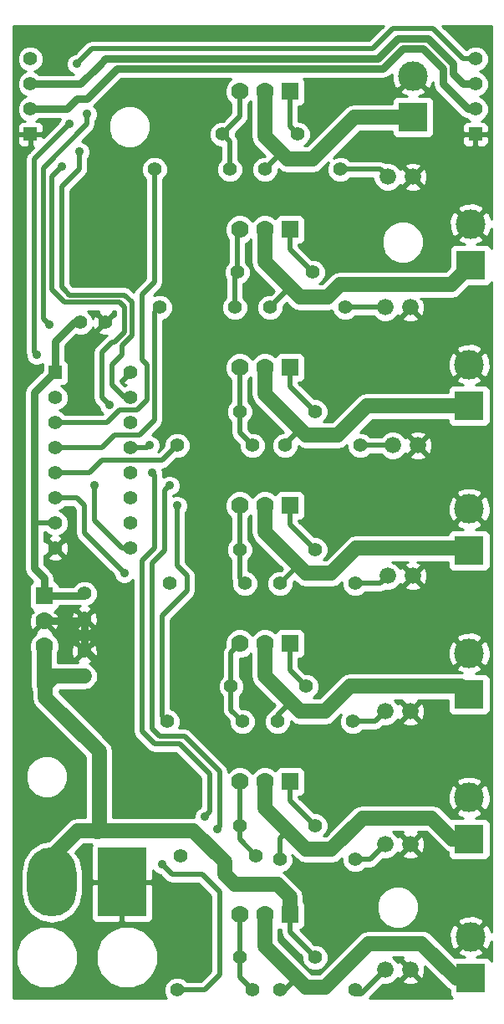
<source format=gtl>
%FSLAX46Y46*%
G04 Gerber Fmt 4.6, Leading zero omitted, Abs format (unit mm)*
G04 Created by KiCad (PCBNEW (2014-jan-25)-product) date Mon 14 Jul 2014 01:36:15 BST*
%MOMM*%
G01*
G04 APERTURE LIST*
%ADD10C,0.100000*%
%ADD11R,1.397000X1.397000*%
%ADD12C,1.397000*%
%ADD13C,1.778000*%
%ADD14R,1.778000X1.778000*%
%ADD15C,1.676400*%
%ADD16R,5.000000X7.000000*%
%ADD17O,5.000000X7.000000*%
%ADD18R,3.000000X3.000000*%
%ADD19C,3.000000*%
%ADD20C,0.889000*%
%ADD21C,0.500000*%
%ADD22C,0.254000*%
%ADD23C,0.750000*%
%ADD24C,1.500000*%
G04 APERTURE END LIST*
D10*
D11*
X126365000Y-54610000D03*
D12*
X126365000Y-57150000D03*
X126365000Y-59690000D03*
X126365000Y-62230000D03*
X126365000Y-64770000D03*
X126365000Y-67310000D03*
X126365000Y-69850000D03*
X126365000Y-72390000D03*
X133985000Y-72390000D03*
X133985000Y-69850000D03*
X133985000Y-67310000D03*
X133985000Y-64770000D03*
X133985000Y-62230000D03*
X133985000Y-59690000D03*
X133985000Y-57150000D03*
X133985000Y-54610000D03*
D13*
X125222000Y-82296000D03*
X125222000Y-79756000D03*
D14*
X125222000Y-77216000D03*
D15*
X160020000Y-34798000D03*
X162560000Y-34798000D03*
X159766000Y-48006000D03*
X162306000Y-48006000D03*
X160528000Y-61976000D03*
X163068000Y-61976000D03*
X160020000Y-75184000D03*
X162560000Y-75184000D03*
X159766000Y-88900000D03*
X162306000Y-88900000D03*
X159766000Y-102362000D03*
X162306000Y-102362000D03*
X159766000Y-115062000D03*
X162306000Y-115062000D03*
D12*
X129286000Y-85344000D03*
X129286000Y-82804000D03*
X129286000Y-76962000D03*
X129286000Y-79502000D03*
X128905000Y-49530000D03*
X131445000Y-49530000D03*
D16*
X133096000Y-106172000D03*
D17*
X125984000Y-106172000D03*
D11*
X123825000Y-30480000D03*
D12*
X123825000Y-27940000D03*
X123825000Y-25400000D03*
X123825000Y-22860000D03*
D11*
X168910000Y-30480000D03*
D12*
X168910000Y-27940000D03*
X168910000Y-25400000D03*
X168910000Y-22860000D03*
D13*
X145034000Y-26162000D03*
X147574000Y-26162000D03*
D14*
X150114000Y-26162000D03*
D13*
X145034000Y-40132000D03*
X147574000Y-40132000D03*
D14*
X150114000Y-40132000D03*
D13*
X145034000Y-54102000D03*
X147574000Y-54102000D03*
D14*
X150114000Y-54102000D03*
D13*
X145034000Y-68072000D03*
X147574000Y-68072000D03*
D14*
X150114000Y-68072000D03*
D13*
X145034000Y-82042000D03*
X147574000Y-82042000D03*
D14*
X150114000Y-82042000D03*
D13*
X145034000Y-96012000D03*
X147574000Y-96012000D03*
D14*
X150114000Y-96012000D03*
D13*
X145034000Y-109474000D03*
X147574000Y-109474000D03*
D14*
X150114000Y-109474000D03*
D12*
X143256000Y-30480000D03*
X150876000Y-30480000D03*
X144018000Y-34036000D03*
X136398000Y-34036000D03*
X144780000Y-44450000D03*
X152400000Y-44450000D03*
X144526000Y-48006000D03*
X136906000Y-48006000D03*
X145034000Y-58547000D03*
X152654000Y-58547000D03*
X146304000Y-61976000D03*
X138684000Y-61976000D03*
X145034000Y-72517000D03*
X152654000Y-72517000D03*
X145542000Y-75946000D03*
X137922000Y-75946000D03*
X145034000Y-100457000D03*
X152654000Y-100457000D03*
X146685000Y-103505000D03*
X139065000Y-103505000D03*
X145034000Y-113792000D03*
X152654000Y-113792000D03*
X146304000Y-117094000D03*
X138684000Y-117094000D03*
X144145000Y-86360000D03*
X151765000Y-86360000D03*
X145288000Y-89916000D03*
X137668000Y-89916000D03*
X155194000Y-34036000D03*
X147574000Y-34036000D03*
X155702000Y-48006000D03*
X148082000Y-48006000D03*
X157226000Y-61976000D03*
X149606000Y-61976000D03*
X156718000Y-75946000D03*
X149098000Y-75946000D03*
X156464000Y-89916000D03*
X148844000Y-89916000D03*
X156718000Y-103886000D03*
X149098000Y-103886000D03*
X156718000Y-117094000D03*
X149098000Y-117094000D03*
D18*
X162560000Y-28770000D03*
D19*
X162560000Y-24570000D03*
D18*
X168402000Y-43756000D03*
D19*
X168402000Y-39556000D03*
D18*
X168275000Y-57980000D03*
D19*
X168275000Y-53780000D03*
D18*
X168275000Y-72585000D03*
D19*
X168275000Y-68385000D03*
D18*
X168275000Y-87190000D03*
D19*
X168275000Y-82990000D03*
D18*
X168275000Y-101795000D03*
D19*
X168275000Y-97595000D03*
D18*
X168402000Y-115892000D03*
D19*
X168402000Y-111692000D03*
D20*
X138938000Y-95504000D03*
X140462000Y-96012000D03*
X140462000Y-97536000D03*
X138938000Y-97282000D03*
X137414000Y-97282000D03*
X137414000Y-98806000D03*
X139192000Y-98806000D03*
X137414000Y-95504000D03*
X133350000Y-74930000D03*
X138684000Y-68072000D03*
X127000000Y-33782000D03*
X131826000Y-57912000D03*
X137922000Y-66040000D03*
X142748000Y-100838000D03*
X141478000Y-99568000D03*
X135890000Y-61976000D03*
X136144000Y-64770000D03*
X137160000Y-104394000D03*
X128778000Y-32258000D03*
X124460000Y-52832000D03*
X127762000Y-29464000D03*
X129540000Y-28448000D03*
X128524000Y-23368000D03*
X130302000Y-66040000D03*
X125730000Y-49784000D03*
D21*
X159258000Y-34036000D02*
X160020000Y-34798000D01*
X155194000Y-34036000D02*
X158496000Y-34036000D01*
X158496000Y-34036000D02*
X159258000Y-34036000D01*
D22*
X129286000Y-82804000D02*
X129794000Y-82804000D01*
X138938000Y-95504000D02*
X139192000Y-95758000D01*
X139192000Y-95758000D02*
X140462000Y-96012000D01*
X140462000Y-97536000D02*
X140208000Y-97282000D01*
X140208000Y-97282000D02*
X138938000Y-97282000D01*
X137414000Y-97282000D02*
X137414000Y-98806000D01*
X129794000Y-82804000D02*
X134112000Y-87122000D01*
X134112000Y-87122000D02*
X134112000Y-92202000D01*
X134112000Y-92202000D02*
X137414000Y-95504000D01*
D23*
X129032000Y-79756000D02*
X129286000Y-79502000D01*
X125222000Y-79756000D02*
X129032000Y-79756000D01*
X129286000Y-79502000D02*
X129286000Y-82804000D01*
D21*
X155702000Y-48006000D02*
X159766000Y-48006000D01*
X157226000Y-61976000D02*
X160528000Y-61976000D01*
X156718000Y-75946000D02*
X159258000Y-75946000D01*
X159258000Y-75946000D02*
X160020000Y-75184000D01*
X156464000Y-89916000D02*
X158750000Y-89916000D01*
X158750000Y-89916000D02*
X159766000Y-88900000D01*
X156718000Y-103886000D02*
X158242000Y-103886000D01*
X158242000Y-103886000D02*
X159766000Y-102362000D01*
X156845000Y-117475000D02*
X157353000Y-117475000D01*
X157353000Y-117475000D02*
X159766000Y-115062000D01*
X147574000Y-34036000D02*
X149225000Y-32385000D01*
X149098000Y-32766000D02*
X149098000Y-32258000D01*
X149225000Y-32639000D02*
X149098000Y-32766000D01*
X149225000Y-32385000D02*
X149225000Y-32639000D01*
D24*
X147574000Y-26162000D02*
X147574000Y-30734000D01*
X156650000Y-28770000D02*
X162560000Y-28770000D01*
X152400000Y-33020000D02*
X156650000Y-28770000D01*
X149860000Y-33020000D02*
X152400000Y-33020000D01*
X147574000Y-30734000D02*
X148590000Y-31750000D01*
X148590000Y-31750000D02*
X149098000Y-32258000D01*
X149098000Y-32258000D02*
X149860000Y-33020000D01*
D21*
X148082000Y-48006000D02*
X150114000Y-45974000D01*
X149860000Y-46228000D02*
X149860000Y-45720000D01*
X150114000Y-45974000D02*
X149860000Y-46228000D01*
D24*
X147574000Y-40132000D02*
X147574000Y-43434000D01*
X147574000Y-43434000D02*
X149860000Y-45720000D01*
X153924000Y-46990000D02*
X155194000Y-45720000D01*
X155194000Y-45720000D02*
X166438000Y-45720000D01*
X166438000Y-45720000D02*
X168402000Y-43756000D01*
X150177500Y-46037500D02*
X151130000Y-46990000D01*
X149860000Y-45720000D02*
X150177500Y-46037500D01*
X151130000Y-46990000D02*
X153670000Y-46990000D01*
X153670000Y-46990000D02*
X153924000Y-46990000D01*
D21*
X149098000Y-75946000D02*
X150939500Y-74104500D01*
X150622000Y-74168000D02*
X150622000Y-73787000D01*
X150685500Y-74104500D02*
X150622000Y-74168000D01*
X150939500Y-74104500D02*
X150685500Y-74104500D01*
D24*
X147574000Y-68072000D02*
X147574000Y-70739000D01*
X156845000Y-72390000D02*
X168080000Y-72390000D01*
X154305000Y-74930000D02*
X156845000Y-72390000D01*
X151765000Y-74930000D02*
X154305000Y-74930000D01*
X147574000Y-70739000D02*
X150622000Y-73787000D01*
X150622000Y-73787000D02*
X151130000Y-74295000D01*
X151130000Y-74295000D02*
X151765000Y-74930000D01*
X168080000Y-72390000D02*
X168275000Y-72585000D01*
D21*
X149098000Y-103886000D02*
X149098000Y-101727000D01*
X149098000Y-101727000D02*
X149860000Y-100965000D01*
D24*
X147574000Y-96012000D02*
X147574000Y-98679000D01*
X166565000Y-101795000D02*
X168275000Y-101795000D01*
X164465000Y-99695000D02*
X166565000Y-101795000D01*
X157480000Y-99695000D02*
X164465000Y-99695000D01*
X154305000Y-102870000D02*
X157480000Y-99695000D01*
X151765000Y-102870000D02*
X154305000Y-102870000D01*
X147574000Y-98679000D02*
X149860000Y-100965000D01*
X149860000Y-100965000D02*
X151765000Y-102870000D01*
D21*
X150812500Y-115887500D02*
X150368000Y-116332000D01*
X150368000Y-116332000D02*
X150368000Y-115443000D01*
D24*
X147574000Y-109982000D02*
X147574000Y-112649000D01*
X147574000Y-112649000D02*
X150368000Y-115443000D01*
X150368000Y-115443000D02*
X150812500Y-115887500D01*
X167835000Y-116400000D02*
X168275000Y-116400000D01*
D21*
X149606000Y-117094000D02*
X150812500Y-115887500D01*
X149098000Y-117094000D02*
X149606000Y-117094000D01*
D24*
X166946000Y-115892000D02*
X168402000Y-115892000D01*
X163449000Y-112395000D02*
X166946000Y-115892000D01*
X158115000Y-112395000D02*
X163195000Y-112395000D01*
X153670000Y-116840000D02*
X158115000Y-112395000D01*
X151765000Y-116840000D02*
X153670000Y-116840000D01*
X150812500Y-115887500D02*
X151765000Y-116840000D01*
X163195000Y-112395000D02*
X163449000Y-112395000D01*
X143510000Y-105410000D02*
X144526000Y-106426000D01*
X140335000Y-100965000D02*
X143510000Y-104140000D01*
X143510000Y-104140000D02*
X143510000Y-105410000D01*
X137414000Y-100965000D02*
X140335000Y-100965000D01*
X150114000Y-107696000D02*
X150114000Y-109474000D01*
X148844000Y-106426000D02*
X150114000Y-107696000D01*
X144526000Y-106426000D02*
X148844000Y-106426000D01*
D21*
X150114000Y-96012000D02*
X150114000Y-97917000D01*
X150114000Y-97917000D02*
X152654000Y-100457000D01*
X150114000Y-82042000D02*
X150114000Y-84709000D01*
X150114000Y-84709000D02*
X151765000Y-86360000D01*
X150114000Y-68072000D02*
X150114000Y-69977000D01*
X150114000Y-69977000D02*
X152654000Y-72517000D01*
X150114000Y-54102000D02*
X150114000Y-56007000D01*
X150114000Y-56007000D02*
X152654000Y-58547000D01*
X150114000Y-40132000D02*
X150114000Y-42164000D01*
X150114000Y-42164000D02*
X152400000Y-44450000D01*
X150114000Y-26162000D02*
X150114000Y-29718000D01*
X150114000Y-29718000D02*
X150876000Y-30480000D01*
D24*
X137414000Y-100965000D02*
X137287000Y-100965000D01*
X125730000Y-103886000D02*
X125730000Y-107442000D01*
X132334000Y-100965000D02*
X130556000Y-100965000D01*
X137414000Y-100965000D02*
X132334000Y-100965000D01*
X125222000Y-86360000D02*
X125222000Y-82296000D01*
X125349000Y-86233000D02*
X125222000Y-86360000D01*
X126238000Y-85344000D02*
X125349000Y-86233000D01*
X129286000Y-85344000D02*
X126238000Y-85344000D01*
X125349000Y-87503000D02*
X130810000Y-92964000D01*
X130810000Y-92964000D02*
X130810000Y-100965000D01*
X130810000Y-100965000D02*
X130683000Y-101092000D01*
X130683000Y-101092000D02*
X130556000Y-101092000D01*
X130556000Y-101092000D02*
X130556000Y-100965000D01*
X125349000Y-86233000D02*
X125349000Y-87503000D01*
D21*
X150114000Y-111252000D02*
X152654000Y-113792000D01*
X150114000Y-109474000D02*
X150114000Y-111252000D01*
D24*
X125984000Y-103632000D02*
X125984000Y-106172000D01*
X128651000Y-100965000D02*
X125984000Y-103632000D01*
X130556000Y-100965000D02*
X128651000Y-100965000D01*
D21*
X136398000Y-34036000D02*
X136398000Y-45466000D01*
X131572000Y-59690000D02*
X126365000Y-59690000D01*
X132842000Y-58420000D02*
X131572000Y-59690000D01*
X134620000Y-58420000D02*
X132842000Y-58420000D01*
X135636000Y-57404000D02*
X134620000Y-58420000D01*
X135636000Y-53848000D02*
X135636000Y-57404000D01*
X135128000Y-53340000D02*
X135636000Y-53848000D01*
X135128000Y-46736000D02*
X135128000Y-53340000D01*
X136398000Y-45466000D02*
X135128000Y-46736000D01*
X126365000Y-67310000D02*
X126492000Y-67310000D01*
X129286000Y-70104000D02*
X129286000Y-70866000D01*
X129286000Y-70104000D02*
X129286000Y-68072000D01*
X129286000Y-68072000D02*
X128524000Y-67310000D01*
X128524000Y-67310000D02*
X126365000Y-67310000D01*
X129286000Y-70866000D02*
X133350000Y-74930000D01*
X138684000Y-74168000D02*
X139700000Y-75184000D01*
X139700000Y-75184000D02*
X139700000Y-76708000D01*
X139700000Y-76708000D02*
X137160000Y-79248000D01*
X137160000Y-79248000D02*
X137160000Y-89408000D01*
X137160000Y-89408000D02*
X137668000Y-89916000D01*
X138684000Y-68072000D02*
X138684000Y-74168000D01*
X126365000Y-69850000D02*
X124206000Y-69850000D01*
D23*
X126365000Y-54610000D02*
X126365000Y-51435000D01*
X126365000Y-51435000D02*
X128270000Y-49530000D01*
X128270000Y-49530000D02*
X128905000Y-49530000D01*
X124206000Y-56642000D02*
X124206000Y-69850000D01*
X126238000Y-54610000D02*
X124206000Y-56642000D01*
X126365000Y-54610000D02*
X126238000Y-54610000D01*
X124206000Y-74422000D02*
X125222000Y-75438000D01*
X125222000Y-75438000D02*
X125222000Y-77216000D01*
X124206000Y-69850000D02*
X124206000Y-73152000D01*
X124206000Y-73152000D02*
X124206000Y-74422000D01*
X129032000Y-77216000D02*
X129286000Y-76962000D01*
X125222000Y-77216000D02*
X129032000Y-77216000D01*
D21*
X143256000Y-30480000D02*
X144018000Y-31242000D01*
X144018000Y-31242000D02*
X144018000Y-34036000D01*
X145034000Y-26162000D02*
X145034000Y-28702000D01*
X145034000Y-28702000D02*
X143256000Y-30480000D01*
X144780000Y-44450000D02*
X144780000Y-40386000D01*
X144780000Y-40386000D02*
X145034000Y-40132000D01*
X144526000Y-48006000D02*
X144526000Y-44704000D01*
X144526000Y-44704000D02*
X144780000Y-44450000D01*
X145034000Y-58547000D02*
X145034000Y-60706000D01*
X145034000Y-60706000D02*
X146304000Y-61976000D01*
X145034000Y-54102000D02*
X145034000Y-58547000D01*
X145034000Y-72517000D02*
X145034000Y-75438000D01*
X145034000Y-75438000D02*
X145542000Y-75946000D01*
X145034000Y-68072000D02*
X145034000Y-72517000D01*
X144145000Y-86360000D02*
X144145000Y-82931000D01*
X144145000Y-82931000D02*
X145034000Y-82042000D01*
X144145000Y-86360000D02*
X144145000Y-88773000D01*
X144145000Y-88773000D02*
X145288000Y-89916000D01*
X145034000Y-96012000D02*
X145034000Y-100457000D01*
X145034000Y-100457000D02*
X145034000Y-101854000D01*
X145034000Y-101854000D02*
X146685000Y-103505000D01*
X145034000Y-109474000D02*
X145034000Y-113792000D01*
X145034000Y-115824000D02*
X146304000Y-117094000D01*
X145034000Y-113792000D02*
X145034000Y-115824000D01*
X132334000Y-51562000D02*
X132080000Y-51562000D01*
X125984000Y-34798000D02*
X125984000Y-46228000D01*
X125984000Y-46228000D02*
X127254000Y-47498000D01*
X127254000Y-47498000D02*
X132842000Y-47498000D01*
X132842000Y-47498000D02*
X133350000Y-48006000D01*
X133350000Y-48006000D02*
X133350000Y-50546000D01*
X133350000Y-50546000D02*
X132334000Y-51562000D01*
X127000000Y-33782000D02*
X125984000Y-34798000D01*
X131064000Y-57150000D02*
X131826000Y-57912000D01*
X131064000Y-52578000D02*
X131064000Y-57150000D01*
X132080000Y-51562000D02*
X131064000Y-52578000D01*
D23*
X131064000Y-25400000D02*
X129540000Y-26924000D01*
X132588000Y-23876000D02*
X131064000Y-25400000D01*
X129540000Y-26924000D02*
X128524000Y-26924000D01*
X128524000Y-26924000D02*
X127508000Y-27940000D01*
X163576000Y-21844000D02*
X161544000Y-21844000D01*
X168148000Y-27940000D02*
X165608000Y-25400000D01*
X165608000Y-25400000D02*
X165608000Y-23876000D01*
X165608000Y-23876000D02*
X163576000Y-21844000D01*
X168148000Y-27940000D02*
X168910000Y-27940000D01*
X159512000Y-23876000D02*
X142240000Y-23876000D01*
X161544000Y-21844000D02*
X159512000Y-23876000D01*
X142240000Y-23876000D02*
X132588000Y-23876000D01*
X123825000Y-27940000D02*
X127508000Y-27940000D01*
D21*
X149606000Y-61976000D02*
X149606000Y-61849000D01*
X149606000Y-61849000D02*
X151130000Y-60325000D01*
D24*
X147574000Y-54102000D02*
X147574000Y-56769000D01*
X157920000Y-57980000D02*
X168275000Y-57980000D01*
X154940000Y-60960000D02*
X157920000Y-57980000D01*
X151765000Y-60960000D02*
X154940000Y-60960000D01*
X147574000Y-56769000D02*
X151130000Y-60325000D01*
X151130000Y-60325000D02*
X151765000Y-60960000D01*
D21*
X148844000Y-89916000D02*
X148844000Y-89281000D01*
X148844000Y-89281000D02*
X150177500Y-87947500D01*
D24*
X147574000Y-82042000D02*
X147574000Y-85344000D01*
X156210000Y-86360000D02*
X167445000Y-86360000D01*
X153670000Y-88900000D02*
X156210000Y-86360000D01*
X151130000Y-88900000D02*
X153670000Y-88900000D01*
X147574000Y-85344000D02*
X150177500Y-87947500D01*
X150177500Y-87947500D02*
X151130000Y-88900000D01*
X167445000Y-86360000D02*
X168275000Y-87190000D01*
D21*
X126365000Y-62230000D02*
X131064000Y-62230000D01*
X136398000Y-48514000D02*
X136906000Y-48006000D01*
X136398000Y-59436000D02*
X136398000Y-48514000D01*
X134874000Y-60960000D02*
X136398000Y-59436000D01*
X132334000Y-60960000D02*
X134874000Y-60960000D01*
X131064000Y-62230000D02*
X132334000Y-60960000D01*
X126365000Y-64770000D02*
X129794000Y-64770000D01*
X137160000Y-63500000D02*
X138684000Y-61976000D01*
X131064000Y-63500000D02*
X137160000Y-63500000D01*
X129794000Y-64770000D02*
X131064000Y-63500000D01*
X136144000Y-90678000D02*
X136906000Y-91440000D01*
X136906000Y-91440000D02*
X139446000Y-91440000D01*
X139446000Y-91440000D02*
X139700000Y-91694000D01*
X136398000Y-73660000D02*
X136144000Y-73914000D01*
X137414000Y-72644000D02*
X136398000Y-73660000D01*
X137414000Y-66548000D02*
X137414000Y-72644000D01*
X137922000Y-66040000D02*
X137414000Y-66548000D01*
X143002000Y-100584000D02*
X142748000Y-100838000D01*
X143002000Y-94996000D02*
X143002000Y-100584000D01*
X139700000Y-91694000D02*
X143002000Y-94996000D01*
X136144000Y-73914000D02*
X136144000Y-90678000D01*
X141478000Y-117094000D02*
X138684000Y-117094000D01*
X141224000Y-105410000D02*
X138176000Y-105410000D01*
X135128000Y-73660000D02*
X135128000Y-90932000D01*
X135128000Y-90932000D02*
X135382000Y-91186000D01*
X135382000Y-91186000D02*
X136398000Y-92202000D01*
X136398000Y-92202000D02*
X138938000Y-92202000D01*
X138938000Y-92202000D02*
X141986000Y-95250000D01*
X141986000Y-95250000D02*
X141986000Y-99060000D01*
X141986000Y-99060000D02*
X141478000Y-99568000D01*
X135636000Y-62230000D02*
X135890000Y-61976000D01*
X136144000Y-64770000D02*
X136398000Y-65024000D01*
X136398000Y-65024000D02*
X136398000Y-72390000D01*
X136398000Y-72390000D02*
X135382000Y-73406000D01*
X133985000Y-62230000D02*
X135636000Y-62230000D01*
X135382000Y-73406000D02*
X135128000Y-73660000D01*
X141224000Y-105410000D02*
X143002000Y-107188000D01*
X143002000Y-107188000D02*
X143002000Y-115570000D01*
X138176000Y-105410000D02*
X137160000Y-104394000D01*
X143002000Y-115570000D02*
X141478000Y-117094000D01*
X133350000Y-57150000D02*
X133985000Y-57150000D01*
X127254000Y-46228000D02*
X127000000Y-45974000D01*
X127000000Y-45974000D02*
X127000000Y-35814000D01*
X127000000Y-35814000D02*
X128778000Y-34036000D01*
X133121160Y-52806840D02*
X132080000Y-53848000D01*
X132080000Y-53848000D02*
X132080000Y-55880000D01*
X132080000Y-55880000D02*
X133350000Y-57150000D01*
X128778000Y-32258000D02*
X128778000Y-34036000D01*
X134112000Y-50850320D02*
X133121160Y-51841160D01*
X134112000Y-47498000D02*
X134112000Y-50850320D01*
X133357998Y-46743998D02*
X134112000Y-47498000D01*
X127769998Y-46743998D02*
X133357998Y-46743998D01*
X133121160Y-51841160D02*
X133121160Y-52806840D01*
X127769998Y-46743998D02*
X127254000Y-46228000D01*
D23*
X131445000Y-22860000D02*
X130810000Y-23495000D01*
X164084000Y-20828000D02*
X161036000Y-20828000D01*
X167640000Y-25400000D02*
X166624000Y-24384000D01*
X166624000Y-24384000D02*
X166624000Y-23368000D01*
X166624000Y-23368000D02*
X164084000Y-20828000D01*
X167640000Y-25400000D02*
X168910000Y-25400000D01*
X159004000Y-22860000D02*
X149860000Y-22860000D01*
X161036000Y-20828000D02*
X159004000Y-22860000D01*
X149860000Y-22860000D02*
X131445000Y-22860000D01*
X128905000Y-25400000D02*
X130810000Y-23495000D01*
X123825000Y-25400000D02*
X128905000Y-25400000D01*
D21*
X124206000Y-52578000D02*
X124460000Y-52832000D01*
X124206000Y-33020000D02*
X124206000Y-52578000D01*
X127762000Y-29464000D02*
X124206000Y-33020000D01*
X167640000Y-22860000D02*
X164592000Y-19812000D01*
X164592000Y-19812000D02*
X160528000Y-19812000D01*
X160528000Y-19812000D02*
X158496000Y-21844000D01*
X158496000Y-21844000D02*
X130048000Y-21844000D01*
X130048000Y-21844000D02*
X128524000Y-23368000D01*
X168910000Y-22860000D02*
X167640000Y-22860000D01*
X133096000Y-72390000D02*
X133985000Y-72390000D01*
X130302000Y-69596000D02*
X133096000Y-72390000D01*
X130302000Y-68326000D02*
X130302000Y-69596000D01*
X130302000Y-66040000D02*
X130302000Y-68326000D01*
X125114002Y-49168002D02*
X125730000Y-49784000D01*
X125114002Y-33889998D02*
X125114002Y-49168002D01*
X129540000Y-29464000D02*
X125114002Y-33889998D01*
X129540000Y-28448000D02*
X129540000Y-29464000D01*
D22*
G36*
X132465000Y-48797871D02*
X132379188Y-48775417D01*
X131624605Y-49530000D01*
X131638747Y-49544142D01*
X131459142Y-49723747D01*
X131445000Y-49709605D01*
X130690417Y-50464188D01*
X130752071Y-50699800D01*
X131252480Y-50875927D01*
X131570269Y-50858661D01*
X131454210Y-50936210D01*
X131454207Y-50936213D01*
X130438210Y-51952210D01*
X130246367Y-52239325D01*
X130235189Y-52295515D01*
X130178999Y-52578000D01*
X130179000Y-52578005D01*
X130179000Y-57149994D01*
X130178999Y-57150000D01*
X130235189Y-57432484D01*
X130246367Y-57488675D01*
X130438210Y-57775790D01*
X130746349Y-58083929D01*
X130746313Y-58125784D01*
X130910311Y-58522689D01*
X131192129Y-58805000D01*
X127365753Y-58805000D01*
X127121353Y-58560173D01*
X126783553Y-58419906D01*
X127119380Y-58281146D01*
X127494827Y-57906353D01*
X127698268Y-57416413D01*
X127698731Y-56885914D01*
X127496146Y-56395620D01*
X127121353Y-56020173D01*
X126936704Y-55943500D01*
X127189809Y-55943500D01*
X127423198Y-55846827D01*
X127601827Y-55668199D01*
X127698500Y-55434810D01*
X127698500Y-55182191D01*
X127698500Y-53785191D01*
X127601827Y-53551802D01*
X127423199Y-53373173D01*
X127375000Y-53353208D01*
X127375000Y-51853356D01*
X128445333Y-50783022D01*
X128638587Y-50863268D01*
X129169086Y-50863731D01*
X129659380Y-50661146D01*
X130034827Y-50286353D01*
X130168313Y-49964881D01*
X130275200Y-50222929D01*
X130510812Y-50284583D01*
X131265395Y-49530000D01*
X130510812Y-48775417D01*
X130275200Y-48837071D01*
X130176916Y-49116311D01*
X130036146Y-48775620D01*
X129661353Y-48400173D01*
X129619995Y-48383000D01*
X130746104Y-48383000D01*
X130690417Y-48595812D01*
X131445000Y-49350395D01*
X132199583Y-48595812D01*
X132143895Y-48383000D01*
X132465000Y-48383000D01*
X132465000Y-48797871D01*
X132465000Y-48797871D01*
G37*
X132465000Y-48797871D02*
X132379188Y-48775417D01*
X131624605Y-49530000D01*
X131638747Y-49544142D01*
X131459142Y-49723747D01*
X131445000Y-49709605D01*
X130690417Y-50464188D01*
X130752071Y-50699800D01*
X131252480Y-50875927D01*
X131570269Y-50858661D01*
X131454210Y-50936210D01*
X131454207Y-50936213D01*
X130438210Y-51952210D01*
X130246367Y-52239325D01*
X130235189Y-52295515D01*
X130178999Y-52578000D01*
X130179000Y-52578005D01*
X130179000Y-57149994D01*
X130178999Y-57150000D01*
X130235189Y-57432484D01*
X130246367Y-57488675D01*
X130438210Y-57775790D01*
X130746349Y-58083929D01*
X130746313Y-58125784D01*
X130910311Y-58522689D01*
X131192129Y-58805000D01*
X127365753Y-58805000D01*
X127121353Y-58560173D01*
X126783553Y-58419906D01*
X127119380Y-58281146D01*
X127494827Y-57906353D01*
X127698268Y-57416413D01*
X127698731Y-56885914D01*
X127496146Y-56395620D01*
X127121353Y-56020173D01*
X126936704Y-55943500D01*
X127189809Y-55943500D01*
X127423198Y-55846827D01*
X127601827Y-55668199D01*
X127698500Y-55434810D01*
X127698500Y-55182191D01*
X127698500Y-53785191D01*
X127601827Y-53551802D01*
X127423199Y-53373173D01*
X127375000Y-53353208D01*
X127375000Y-51853356D01*
X128445333Y-50783022D01*
X128638587Y-50863268D01*
X129169086Y-50863731D01*
X129659380Y-50661146D01*
X130034827Y-50286353D01*
X130168313Y-49964881D01*
X130275200Y-50222929D01*
X130510812Y-50284583D01*
X131265395Y-49530000D01*
X130510812Y-48775417D01*
X130275200Y-48837071D01*
X130176916Y-49116311D01*
X130036146Y-48775620D01*
X129661353Y-48400173D01*
X129619995Y-48383000D01*
X130746104Y-48383000D01*
X130690417Y-48595812D01*
X131445000Y-49350395D01*
X132199583Y-48595812D01*
X132143895Y-48383000D01*
X132465000Y-48383000D01*
X132465000Y-48797871D01*
G36*
X134178747Y-54624142D02*
X133999142Y-54803747D01*
X133985000Y-54789605D01*
X133230417Y-55544188D01*
X133292071Y-55779800D01*
X133571311Y-55878083D01*
X133400316Y-55948736D01*
X132965000Y-55513420D01*
X132965000Y-55342128D01*
X133050812Y-55364583D01*
X133805395Y-54610000D01*
X133791252Y-54595857D01*
X133970857Y-54416252D01*
X133985000Y-54430395D01*
X133999142Y-54416252D01*
X134178747Y-54595857D01*
X134164605Y-54610000D01*
X134178747Y-54624142D01*
X134178747Y-54624142D01*
G37*
X134178747Y-54624142D02*
X133999142Y-54803747D01*
X133985000Y-54789605D01*
X133230417Y-55544188D01*
X133292071Y-55779800D01*
X133571311Y-55878083D01*
X133400316Y-55948736D01*
X132965000Y-55513420D01*
X132965000Y-55342128D01*
X133050812Y-55364583D01*
X133805395Y-54610000D01*
X133791252Y-54595857D01*
X133970857Y-54416252D01*
X133985000Y-54430395D01*
X133999142Y-54416252D01*
X134178747Y-54595857D01*
X134164605Y-54610000D01*
X134178747Y-54624142D01*
G36*
X159607420Y-19481000D02*
X158129420Y-20959000D01*
X130048000Y-20959000D01*
X129709325Y-21026367D01*
X129422210Y-21218210D01*
X129422207Y-21218213D01*
X128352070Y-22288349D01*
X128310216Y-22288313D01*
X127913311Y-22452311D01*
X127609378Y-22755714D01*
X127444687Y-23152332D01*
X127444313Y-23581784D01*
X127608311Y-23978689D01*
X127911714Y-24282622D01*
X128170307Y-24390000D01*
X124700971Y-24390000D01*
X124581353Y-24270173D01*
X124243553Y-24129906D01*
X124579380Y-23991146D01*
X124954827Y-23616353D01*
X125158268Y-23126413D01*
X125158731Y-22595914D01*
X124956146Y-22105620D01*
X124581353Y-21730173D01*
X124091413Y-21526732D01*
X123560914Y-21526269D01*
X123070620Y-21728854D01*
X122695173Y-22103647D01*
X122491732Y-22593587D01*
X122491269Y-23124086D01*
X122693854Y-23614380D01*
X123068647Y-23989827D01*
X123406446Y-24130093D01*
X123070620Y-24268854D01*
X122695173Y-24643647D01*
X122491732Y-25133587D01*
X122491269Y-25664086D01*
X122693854Y-26154380D01*
X123068647Y-26529827D01*
X123406446Y-26670093D01*
X123070620Y-26808854D01*
X122695173Y-27183647D01*
X122491732Y-27673587D01*
X122491269Y-28204086D01*
X122693854Y-28694380D01*
X123068647Y-29069827D01*
X123253295Y-29146500D01*
X123252809Y-29146500D01*
X123000190Y-29146500D01*
X122766801Y-29243173D01*
X122588173Y-29421802D01*
X122491500Y-29655191D01*
X122491500Y-30194250D01*
X122650250Y-30353000D01*
X123698000Y-30353000D01*
X123698000Y-30333000D01*
X123952000Y-30333000D01*
X123952000Y-30353000D01*
X124999750Y-30353000D01*
X125158500Y-30194250D01*
X125158500Y-29655191D01*
X125061827Y-29421802D01*
X124883199Y-29243173D01*
X124649810Y-29146500D01*
X124397191Y-29146500D01*
X124397009Y-29146500D01*
X124579380Y-29071146D01*
X124700737Y-28950000D01*
X126806565Y-28950000D01*
X126682687Y-29248332D01*
X126682649Y-29291771D01*
X125158500Y-30815920D01*
X125158500Y-30765750D01*
X124999750Y-30607000D01*
X123952000Y-30607000D01*
X123952000Y-31654750D01*
X124110750Y-31813500D01*
X124160920Y-31813500D01*
X123698000Y-32276420D01*
X123698000Y-31654750D01*
X123698000Y-30607000D01*
X122650250Y-30607000D01*
X122491500Y-30765750D01*
X122491500Y-31304809D01*
X122588173Y-31538198D01*
X122766801Y-31716827D01*
X123000190Y-31813500D01*
X123252809Y-31813500D01*
X123539250Y-31813500D01*
X123698000Y-31654750D01*
X123698000Y-32276420D01*
X123580210Y-32394210D01*
X123388367Y-32681325D01*
X123377189Y-32737515D01*
X123320999Y-33020000D01*
X123321000Y-33020005D01*
X123321000Y-52577994D01*
X123320999Y-52578000D01*
X123377189Y-52860484D01*
X123380460Y-52876924D01*
X123380313Y-53045784D01*
X123544311Y-53442689D01*
X123847714Y-53746622D01*
X124244332Y-53911313D01*
X124673784Y-53911687D01*
X125042148Y-53759481D01*
X125031500Y-53785190D01*
X125031500Y-54037809D01*
X125031500Y-54388144D01*
X123491822Y-55927822D01*
X123272882Y-56255490D01*
X123196000Y-56642000D01*
X123196000Y-69850000D01*
X123196000Y-73152000D01*
X123196000Y-74422000D01*
X123272882Y-74808510D01*
X123491822Y-75136178D01*
X124094227Y-75738583D01*
X123973302Y-75788673D01*
X123794673Y-75967301D01*
X123698000Y-76200690D01*
X123698000Y-76453309D01*
X123698000Y-78231309D01*
X123794673Y-78464698D01*
X123973301Y-78643327D01*
X124091673Y-78692358D01*
X124035212Y-78748820D01*
X124149801Y-78863409D01*
X123894461Y-78948467D01*
X123686484Y-79517965D01*
X123712277Y-80123700D01*
X123894461Y-80563533D01*
X124149804Y-80648591D01*
X125042395Y-79756000D01*
X125028252Y-79741857D01*
X125207857Y-79562252D01*
X125222000Y-79576395D01*
X125236142Y-79562252D01*
X125415747Y-79741857D01*
X125401605Y-79756000D01*
X126294196Y-80648591D01*
X126549539Y-80563533D01*
X126757516Y-79994035D01*
X126731723Y-79388300D01*
X126549539Y-78948467D01*
X126294198Y-78863409D01*
X126408788Y-78748820D01*
X126352326Y-78692358D01*
X126470698Y-78643327D01*
X126649327Y-78464699D01*
X126746000Y-78231310D01*
X126746000Y-78226000D01*
X128849460Y-78226000D01*
X128593071Y-78332200D01*
X128531417Y-78567812D01*
X129286000Y-79322395D01*
X130040583Y-78567812D01*
X129978929Y-78332200D01*
X129699688Y-78233916D01*
X130040380Y-78093146D01*
X130415827Y-77718353D01*
X130619268Y-77228413D01*
X130619731Y-76697914D01*
X130417146Y-76207620D01*
X130042353Y-75832173D01*
X129552413Y-75628732D01*
X129021914Y-75628269D01*
X128531620Y-75830854D01*
X128156173Y-76205647D01*
X128156026Y-76206000D01*
X127710927Y-76206000D01*
X127710927Y-72582520D01*
X127682148Y-72052801D01*
X127534800Y-71697071D01*
X127299188Y-71635417D01*
X126544605Y-72390000D01*
X127299188Y-73144583D01*
X127534800Y-73082929D01*
X127710927Y-72582520D01*
X127710927Y-76206000D01*
X127119583Y-76206000D01*
X127119583Y-73324188D01*
X126365000Y-72569605D01*
X125610417Y-73324188D01*
X125672071Y-73559800D01*
X126172480Y-73735927D01*
X126702199Y-73707148D01*
X127057929Y-73559800D01*
X127119583Y-73324188D01*
X127119583Y-76206000D01*
X126746000Y-76206000D01*
X126746000Y-76200691D01*
X126649327Y-75967302D01*
X126470699Y-75788673D01*
X126237310Y-75692000D01*
X126232000Y-75692000D01*
X126232000Y-75438000D01*
X126155118Y-75051490D01*
X125936178Y-74723822D01*
X125216000Y-74003644D01*
X125216000Y-73152000D01*
X125216000Y-73088371D01*
X125430812Y-73144583D01*
X126185395Y-72390000D01*
X125430812Y-71635417D01*
X125216000Y-71691628D01*
X125216000Y-70735000D01*
X125364246Y-70735000D01*
X125608647Y-70979827D01*
X125930118Y-71113313D01*
X125672071Y-71220200D01*
X125610417Y-71455812D01*
X126365000Y-72210395D01*
X127119583Y-71455812D01*
X127057929Y-71220200D01*
X126778688Y-71121916D01*
X127119380Y-70981146D01*
X127494827Y-70606353D01*
X127698268Y-70116413D01*
X127698731Y-69585914D01*
X127496146Y-69095620D01*
X127121353Y-68720173D01*
X126783553Y-68579906D01*
X127119380Y-68441146D01*
X127365955Y-68195000D01*
X128157420Y-68195000D01*
X128401000Y-68438579D01*
X128401000Y-70104000D01*
X128401000Y-70865994D01*
X128400999Y-70866000D01*
X128457189Y-71148484D01*
X128468367Y-71204675D01*
X128660210Y-71491790D01*
X132270349Y-75101928D01*
X132270313Y-75143784D01*
X132434311Y-75540689D01*
X132737714Y-75844622D01*
X133134332Y-76009313D01*
X133563784Y-76009687D01*
X133960689Y-75845689D01*
X134243000Y-75563870D01*
X134243000Y-90931994D01*
X134242999Y-90932000D01*
X134299189Y-91214484D01*
X134310367Y-91270675D01*
X134502210Y-91557790D01*
X134756207Y-91811786D01*
X134756210Y-91811790D01*
X135772207Y-92827786D01*
X135772210Y-92827790D01*
X135772211Y-92827790D01*
X136059325Y-93019633D01*
X136059326Y-93019633D01*
X136115515Y-93030810D01*
X136398000Y-93087001D01*
X136398000Y-93087000D01*
X136398005Y-93087000D01*
X138571420Y-93087000D01*
X141101000Y-95616579D01*
X141101000Y-98555752D01*
X140867311Y-98652311D01*
X140563378Y-98955714D01*
X140398687Y-99352332D01*
X140398477Y-99592626D01*
X140335000Y-99580000D01*
X137414000Y-99580000D01*
X137287000Y-99580000D01*
X132334000Y-99580000D01*
X132195000Y-99580000D01*
X132195000Y-92964000D01*
X132089573Y-92433984D01*
X132089573Y-92433983D01*
X131789343Y-91984657D01*
X126734000Y-86929314D01*
X126734000Y-86806686D01*
X126811686Y-86729000D01*
X129286000Y-86729000D01*
X129543774Y-86677725D01*
X129550086Y-86677731D01*
X129555970Y-86675299D01*
X129816017Y-86623573D01*
X130034546Y-86477556D01*
X130040380Y-86475146D01*
X130044886Y-86470647D01*
X130265343Y-86323343D01*
X130411361Y-86104810D01*
X130415827Y-86100353D01*
X130418267Y-86094474D01*
X130565573Y-85874017D01*
X130616847Y-85616241D01*
X130619268Y-85610413D01*
X130619273Y-85604046D01*
X130671000Y-85344000D01*
X130631927Y-85147568D01*
X130631927Y-82996520D01*
X130631927Y-79694520D01*
X130603148Y-79164801D01*
X130455800Y-78809071D01*
X130220188Y-78747417D01*
X129465605Y-79502000D01*
X130220188Y-80256583D01*
X130455800Y-80194929D01*
X130631927Y-79694520D01*
X130631927Y-82996520D01*
X130603148Y-82466801D01*
X130455800Y-82111071D01*
X130220188Y-82049417D01*
X130040583Y-82229022D01*
X130040583Y-81869812D01*
X130040583Y-80436188D01*
X129286000Y-79681605D01*
X129106395Y-79861210D01*
X129106395Y-79502000D01*
X128351812Y-78747417D01*
X128116200Y-78809071D01*
X127940073Y-79309480D01*
X127968852Y-79839199D01*
X128116200Y-80194929D01*
X128351812Y-80256583D01*
X129106395Y-79502000D01*
X129106395Y-79861210D01*
X128531417Y-80436188D01*
X128593071Y-80671800D01*
X129093480Y-80847927D01*
X129623199Y-80819148D01*
X129978929Y-80671800D01*
X130040583Y-80436188D01*
X130040583Y-81869812D01*
X129978929Y-81634200D01*
X129478520Y-81458073D01*
X128948801Y-81486852D01*
X128593071Y-81634200D01*
X128531417Y-81869812D01*
X129286000Y-82624395D01*
X130040583Y-81869812D01*
X130040583Y-82229022D01*
X129465605Y-82804000D01*
X130220188Y-83558583D01*
X130455800Y-83496929D01*
X130631927Y-82996520D01*
X130631927Y-85147568D01*
X130619725Y-85086225D01*
X130619731Y-85079914D01*
X130617299Y-85074029D01*
X130565573Y-84813983D01*
X130419556Y-84595453D01*
X130417146Y-84589620D01*
X130412647Y-84585113D01*
X130265343Y-84364657D01*
X130046810Y-84218638D01*
X130042353Y-84214173D01*
X130036474Y-84211732D01*
X129816017Y-84064427D01*
X129778264Y-84056917D01*
X129978929Y-83973800D01*
X130040583Y-83738188D01*
X129286000Y-82983605D01*
X129106395Y-83163210D01*
X129106395Y-82804000D01*
X128351812Y-82049417D01*
X128116200Y-82111071D01*
X127940073Y-82611480D01*
X127968852Y-83141199D01*
X128116200Y-83496929D01*
X128351812Y-83558583D01*
X129106395Y-82804000D01*
X129106395Y-83163210D01*
X128531417Y-83738188D01*
X128589198Y-83959000D01*
X126757516Y-83959000D01*
X126607000Y-83959000D01*
X126607000Y-82934583D01*
X126745735Y-82600472D01*
X126746264Y-81994188D01*
X126514738Y-81433851D01*
X126086404Y-81004769D01*
X126059494Y-80993595D01*
X126114591Y-80828196D01*
X125222000Y-79935605D01*
X125042395Y-80115210D01*
X124329409Y-80828196D01*
X124384353Y-80993137D01*
X124359851Y-81003262D01*
X123930769Y-81431596D01*
X123698265Y-81991528D01*
X123697736Y-82597812D01*
X123837000Y-82934857D01*
X123837000Y-86360000D01*
X123942427Y-86890017D01*
X123964000Y-86922303D01*
X123964000Y-87503000D01*
X124069427Y-88033017D01*
X124369657Y-88482343D01*
X129425000Y-93537686D01*
X129425000Y-99580000D01*
X128651000Y-99580000D01*
X128120984Y-99685426D01*
X127671657Y-99985657D01*
X127611240Y-100046073D01*
X127611240Y-95081211D01*
X127286910Y-94296273D01*
X126686886Y-93695200D01*
X125902515Y-93369501D01*
X125053211Y-93368760D01*
X124268273Y-93693090D01*
X123667200Y-94293114D01*
X123341501Y-95077485D01*
X123340760Y-95926789D01*
X123665090Y-96711727D01*
X124265114Y-97312800D01*
X125049485Y-97638499D01*
X125898789Y-97639240D01*
X126683727Y-97314910D01*
X127284800Y-96714886D01*
X127610499Y-95930515D01*
X127611240Y-95081211D01*
X127611240Y-100046073D01*
X125631133Y-102026180D01*
X124784287Y-102194629D01*
X123767220Y-102874211D01*
X123087638Y-103891278D01*
X122849000Y-105090991D01*
X122849000Y-107253009D01*
X123087638Y-108452722D01*
X123767220Y-109469789D01*
X124784287Y-110149371D01*
X125984000Y-110388009D01*
X127183713Y-110149371D01*
X128200780Y-109469789D01*
X128880362Y-108452722D01*
X129119000Y-107253009D01*
X129119000Y-105090991D01*
X128880362Y-103891278D01*
X128400929Y-103173756D01*
X129224686Y-102350000D01*
X129993696Y-102350000D01*
X130025983Y-102371573D01*
X130032578Y-102372884D01*
X129961000Y-102545690D01*
X129961000Y-102798309D01*
X129961000Y-105886250D01*
X130119750Y-106045000D01*
X132969000Y-106045000D01*
X132969000Y-106025000D01*
X133223000Y-106025000D01*
X133223000Y-106045000D01*
X136072250Y-106045000D01*
X136231000Y-105886250D01*
X136231000Y-104972473D01*
X136244311Y-105004689D01*
X136547714Y-105308622D01*
X136944332Y-105473313D01*
X136987771Y-105473350D01*
X137550207Y-106035786D01*
X137550210Y-106035790D01*
X137550211Y-106035790D01*
X137837325Y-106227633D01*
X137837326Y-106227633D01*
X137893515Y-106238810D01*
X138176000Y-106295001D01*
X138176000Y-106295000D01*
X138176005Y-106295000D01*
X140857420Y-106295000D01*
X142117000Y-107554579D01*
X142117000Y-115203420D01*
X141111420Y-116209000D01*
X139684753Y-116209000D01*
X139440353Y-115964173D01*
X138950413Y-115760732D01*
X138419914Y-115760269D01*
X137929620Y-115962854D01*
X137554173Y-116337647D01*
X137350732Y-116827587D01*
X137350269Y-117358086D01*
X137552854Y-117848380D01*
X137637326Y-117933000D01*
X136739543Y-117933000D01*
X136739543Y-113171146D01*
X136263273Y-112018485D01*
X136231000Y-111986155D01*
X136231000Y-109798310D01*
X136231000Y-109545691D01*
X136231000Y-106457750D01*
X136072250Y-106299000D01*
X133223000Y-106299000D01*
X133223000Y-110148250D01*
X133381750Y-110307000D01*
X135722309Y-110307000D01*
X135955698Y-110210327D01*
X136134327Y-110031699D01*
X136231000Y-109798310D01*
X136231000Y-111986155D01*
X135382153Y-111135826D01*
X134230326Y-110657546D01*
X132983146Y-110656457D01*
X132969000Y-110662302D01*
X132969000Y-110148250D01*
X132969000Y-106299000D01*
X130119750Y-106299000D01*
X129961000Y-106457750D01*
X129961000Y-109545691D01*
X129961000Y-109798310D01*
X130057673Y-110031699D01*
X130236302Y-110210327D01*
X130469691Y-110307000D01*
X132810250Y-110307000D01*
X132969000Y-110148250D01*
X132969000Y-110662302D01*
X131830485Y-111132727D01*
X130947826Y-112013847D01*
X130469546Y-113165674D01*
X130468457Y-114412854D01*
X130944727Y-115565515D01*
X131825847Y-116448174D01*
X132977674Y-116926454D01*
X134224854Y-116927543D01*
X135377515Y-116451273D01*
X136260174Y-115570153D01*
X136738454Y-114418326D01*
X136739543Y-113171146D01*
X136739543Y-117933000D01*
X128611543Y-117933000D01*
X128611543Y-113171146D01*
X128135273Y-112018485D01*
X127254153Y-111135826D01*
X126102326Y-110657546D01*
X124855146Y-110656457D01*
X123702485Y-111132727D01*
X122819826Y-112013847D01*
X122341546Y-113165674D01*
X122340457Y-114412854D01*
X122816727Y-115565515D01*
X123697847Y-116448174D01*
X124849674Y-116926454D01*
X126096854Y-116927543D01*
X127249515Y-116451273D01*
X128132174Y-115570153D01*
X128610454Y-114418326D01*
X128611543Y-113171146D01*
X128611543Y-117933000D01*
X122097000Y-117933000D01*
X122097000Y-19481000D01*
X159607420Y-19481000D01*
X159607420Y-19481000D01*
G37*
X159607420Y-19481000D02*
X158129420Y-20959000D01*
X130048000Y-20959000D01*
X129709325Y-21026367D01*
X129422210Y-21218210D01*
X129422207Y-21218213D01*
X128352070Y-22288349D01*
X128310216Y-22288313D01*
X127913311Y-22452311D01*
X127609378Y-22755714D01*
X127444687Y-23152332D01*
X127444313Y-23581784D01*
X127608311Y-23978689D01*
X127911714Y-24282622D01*
X128170307Y-24390000D01*
X124700971Y-24390000D01*
X124581353Y-24270173D01*
X124243553Y-24129906D01*
X124579380Y-23991146D01*
X124954827Y-23616353D01*
X125158268Y-23126413D01*
X125158731Y-22595914D01*
X124956146Y-22105620D01*
X124581353Y-21730173D01*
X124091413Y-21526732D01*
X123560914Y-21526269D01*
X123070620Y-21728854D01*
X122695173Y-22103647D01*
X122491732Y-22593587D01*
X122491269Y-23124086D01*
X122693854Y-23614380D01*
X123068647Y-23989827D01*
X123406446Y-24130093D01*
X123070620Y-24268854D01*
X122695173Y-24643647D01*
X122491732Y-25133587D01*
X122491269Y-25664086D01*
X122693854Y-26154380D01*
X123068647Y-26529827D01*
X123406446Y-26670093D01*
X123070620Y-26808854D01*
X122695173Y-27183647D01*
X122491732Y-27673587D01*
X122491269Y-28204086D01*
X122693854Y-28694380D01*
X123068647Y-29069827D01*
X123253295Y-29146500D01*
X123252809Y-29146500D01*
X123000190Y-29146500D01*
X122766801Y-29243173D01*
X122588173Y-29421802D01*
X122491500Y-29655191D01*
X122491500Y-30194250D01*
X122650250Y-30353000D01*
X123698000Y-30353000D01*
X123698000Y-30333000D01*
X123952000Y-30333000D01*
X123952000Y-30353000D01*
X124999750Y-30353000D01*
X125158500Y-30194250D01*
X125158500Y-29655191D01*
X125061827Y-29421802D01*
X124883199Y-29243173D01*
X124649810Y-29146500D01*
X124397191Y-29146500D01*
X124397009Y-29146500D01*
X124579380Y-29071146D01*
X124700737Y-28950000D01*
X126806565Y-28950000D01*
X126682687Y-29248332D01*
X126682649Y-29291771D01*
X125158500Y-30815920D01*
X125158500Y-30765750D01*
X124999750Y-30607000D01*
X123952000Y-30607000D01*
X123952000Y-31654750D01*
X124110750Y-31813500D01*
X124160920Y-31813500D01*
X123698000Y-32276420D01*
X123698000Y-31654750D01*
X123698000Y-30607000D01*
X122650250Y-30607000D01*
X122491500Y-30765750D01*
X122491500Y-31304809D01*
X122588173Y-31538198D01*
X122766801Y-31716827D01*
X123000190Y-31813500D01*
X123252809Y-31813500D01*
X123539250Y-31813500D01*
X123698000Y-31654750D01*
X123698000Y-32276420D01*
X123580210Y-32394210D01*
X123388367Y-32681325D01*
X123377189Y-32737515D01*
X123320999Y-33020000D01*
X123321000Y-33020005D01*
X123321000Y-52577994D01*
X123320999Y-52578000D01*
X123377189Y-52860484D01*
X123380460Y-52876924D01*
X123380313Y-53045784D01*
X123544311Y-53442689D01*
X123847714Y-53746622D01*
X124244332Y-53911313D01*
X124673784Y-53911687D01*
X125042148Y-53759481D01*
X125031500Y-53785190D01*
X125031500Y-54037809D01*
X125031500Y-54388144D01*
X123491822Y-55927822D01*
X123272882Y-56255490D01*
X123196000Y-56642000D01*
X123196000Y-69850000D01*
X123196000Y-73152000D01*
X123196000Y-74422000D01*
X123272882Y-74808510D01*
X123491822Y-75136178D01*
X124094227Y-75738583D01*
X123973302Y-75788673D01*
X123794673Y-75967301D01*
X123698000Y-76200690D01*
X123698000Y-76453309D01*
X123698000Y-78231309D01*
X123794673Y-78464698D01*
X123973301Y-78643327D01*
X124091673Y-78692358D01*
X124035212Y-78748820D01*
X124149801Y-78863409D01*
X123894461Y-78948467D01*
X123686484Y-79517965D01*
X123712277Y-80123700D01*
X123894461Y-80563533D01*
X124149804Y-80648591D01*
X125042395Y-79756000D01*
X125028252Y-79741857D01*
X125207857Y-79562252D01*
X125222000Y-79576395D01*
X125236142Y-79562252D01*
X125415747Y-79741857D01*
X125401605Y-79756000D01*
X126294196Y-80648591D01*
X126549539Y-80563533D01*
X126757516Y-79994035D01*
X126731723Y-79388300D01*
X126549539Y-78948467D01*
X126294198Y-78863409D01*
X126408788Y-78748820D01*
X126352326Y-78692358D01*
X126470698Y-78643327D01*
X126649327Y-78464699D01*
X126746000Y-78231310D01*
X126746000Y-78226000D01*
X128849460Y-78226000D01*
X128593071Y-78332200D01*
X128531417Y-78567812D01*
X129286000Y-79322395D01*
X130040583Y-78567812D01*
X129978929Y-78332200D01*
X129699688Y-78233916D01*
X130040380Y-78093146D01*
X130415827Y-77718353D01*
X130619268Y-77228413D01*
X130619731Y-76697914D01*
X130417146Y-76207620D01*
X130042353Y-75832173D01*
X129552413Y-75628732D01*
X129021914Y-75628269D01*
X128531620Y-75830854D01*
X128156173Y-76205647D01*
X128156026Y-76206000D01*
X127710927Y-76206000D01*
X127710927Y-72582520D01*
X127682148Y-72052801D01*
X127534800Y-71697071D01*
X127299188Y-71635417D01*
X126544605Y-72390000D01*
X127299188Y-73144583D01*
X127534800Y-73082929D01*
X127710927Y-72582520D01*
X127710927Y-76206000D01*
X127119583Y-76206000D01*
X127119583Y-73324188D01*
X126365000Y-72569605D01*
X125610417Y-73324188D01*
X125672071Y-73559800D01*
X126172480Y-73735927D01*
X126702199Y-73707148D01*
X127057929Y-73559800D01*
X127119583Y-73324188D01*
X127119583Y-76206000D01*
X126746000Y-76206000D01*
X126746000Y-76200691D01*
X126649327Y-75967302D01*
X126470699Y-75788673D01*
X126237310Y-75692000D01*
X126232000Y-75692000D01*
X126232000Y-75438000D01*
X126155118Y-75051490D01*
X125936178Y-74723822D01*
X125216000Y-74003644D01*
X125216000Y-73152000D01*
X125216000Y-73088371D01*
X125430812Y-73144583D01*
X126185395Y-72390000D01*
X125430812Y-71635417D01*
X125216000Y-71691628D01*
X125216000Y-70735000D01*
X125364246Y-70735000D01*
X125608647Y-70979827D01*
X125930118Y-71113313D01*
X125672071Y-71220200D01*
X125610417Y-71455812D01*
X126365000Y-72210395D01*
X127119583Y-71455812D01*
X127057929Y-71220200D01*
X126778688Y-71121916D01*
X127119380Y-70981146D01*
X127494827Y-70606353D01*
X127698268Y-70116413D01*
X127698731Y-69585914D01*
X127496146Y-69095620D01*
X127121353Y-68720173D01*
X126783553Y-68579906D01*
X127119380Y-68441146D01*
X127365955Y-68195000D01*
X128157420Y-68195000D01*
X128401000Y-68438579D01*
X128401000Y-70104000D01*
X128401000Y-70865994D01*
X128400999Y-70866000D01*
X128457189Y-71148484D01*
X128468367Y-71204675D01*
X128660210Y-71491790D01*
X132270349Y-75101928D01*
X132270313Y-75143784D01*
X132434311Y-75540689D01*
X132737714Y-75844622D01*
X133134332Y-76009313D01*
X133563784Y-76009687D01*
X133960689Y-75845689D01*
X134243000Y-75563870D01*
X134243000Y-90931994D01*
X134242999Y-90932000D01*
X134299189Y-91214484D01*
X134310367Y-91270675D01*
X134502210Y-91557790D01*
X134756207Y-91811786D01*
X134756210Y-91811790D01*
X135772207Y-92827786D01*
X135772210Y-92827790D01*
X135772211Y-92827790D01*
X136059325Y-93019633D01*
X136059326Y-93019633D01*
X136115515Y-93030810D01*
X136398000Y-93087001D01*
X136398000Y-93087000D01*
X136398005Y-93087000D01*
X138571420Y-93087000D01*
X141101000Y-95616579D01*
X141101000Y-98555752D01*
X140867311Y-98652311D01*
X140563378Y-98955714D01*
X140398687Y-99352332D01*
X140398477Y-99592626D01*
X140335000Y-99580000D01*
X137414000Y-99580000D01*
X137287000Y-99580000D01*
X132334000Y-99580000D01*
X132195000Y-99580000D01*
X132195000Y-92964000D01*
X132089573Y-92433984D01*
X132089573Y-92433983D01*
X131789343Y-91984657D01*
X126734000Y-86929314D01*
X126734000Y-86806686D01*
X126811686Y-86729000D01*
X129286000Y-86729000D01*
X129543774Y-86677725D01*
X129550086Y-86677731D01*
X129555970Y-86675299D01*
X129816017Y-86623573D01*
X130034546Y-86477556D01*
X130040380Y-86475146D01*
X130044886Y-86470647D01*
X130265343Y-86323343D01*
X130411361Y-86104810D01*
X130415827Y-86100353D01*
X130418267Y-86094474D01*
X130565573Y-85874017D01*
X130616847Y-85616241D01*
X130619268Y-85610413D01*
X130619273Y-85604046D01*
X130671000Y-85344000D01*
X130631927Y-85147568D01*
X130631927Y-82996520D01*
X130631927Y-79694520D01*
X130603148Y-79164801D01*
X130455800Y-78809071D01*
X130220188Y-78747417D01*
X129465605Y-79502000D01*
X130220188Y-80256583D01*
X130455800Y-80194929D01*
X130631927Y-79694520D01*
X130631927Y-82996520D01*
X130603148Y-82466801D01*
X130455800Y-82111071D01*
X130220188Y-82049417D01*
X130040583Y-82229022D01*
X130040583Y-81869812D01*
X130040583Y-80436188D01*
X129286000Y-79681605D01*
X129106395Y-79861210D01*
X129106395Y-79502000D01*
X128351812Y-78747417D01*
X128116200Y-78809071D01*
X127940073Y-79309480D01*
X127968852Y-79839199D01*
X128116200Y-80194929D01*
X128351812Y-80256583D01*
X129106395Y-79502000D01*
X129106395Y-79861210D01*
X128531417Y-80436188D01*
X128593071Y-80671800D01*
X129093480Y-80847927D01*
X129623199Y-80819148D01*
X129978929Y-80671800D01*
X130040583Y-80436188D01*
X130040583Y-81869812D01*
X129978929Y-81634200D01*
X129478520Y-81458073D01*
X128948801Y-81486852D01*
X128593071Y-81634200D01*
X128531417Y-81869812D01*
X129286000Y-82624395D01*
X130040583Y-81869812D01*
X130040583Y-82229022D01*
X129465605Y-82804000D01*
X130220188Y-83558583D01*
X130455800Y-83496929D01*
X130631927Y-82996520D01*
X130631927Y-85147568D01*
X130619725Y-85086225D01*
X130619731Y-85079914D01*
X130617299Y-85074029D01*
X130565573Y-84813983D01*
X130419556Y-84595453D01*
X130417146Y-84589620D01*
X130412647Y-84585113D01*
X130265343Y-84364657D01*
X130046810Y-84218638D01*
X130042353Y-84214173D01*
X130036474Y-84211732D01*
X129816017Y-84064427D01*
X129778264Y-84056917D01*
X129978929Y-83973800D01*
X130040583Y-83738188D01*
X129286000Y-82983605D01*
X129106395Y-83163210D01*
X129106395Y-82804000D01*
X128351812Y-82049417D01*
X128116200Y-82111071D01*
X127940073Y-82611480D01*
X127968852Y-83141199D01*
X128116200Y-83496929D01*
X128351812Y-83558583D01*
X129106395Y-82804000D01*
X129106395Y-83163210D01*
X128531417Y-83738188D01*
X128589198Y-83959000D01*
X126757516Y-83959000D01*
X126607000Y-83959000D01*
X126607000Y-82934583D01*
X126745735Y-82600472D01*
X126746264Y-81994188D01*
X126514738Y-81433851D01*
X126086404Y-81004769D01*
X126059494Y-80993595D01*
X126114591Y-80828196D01*
X125222000Y-79935605D01*
X125042395Y-80115210D01*
X124329409Y-80828196D01*
X124384353Y-80993137D01*
X124359851Y-81003262D01*
X123930769Y-81431596D01*
X123698265Y-81991528D01*
X123697736Y-82597812D01*
X123837000Y-82934857D01*
X123837000Y-86360000D01*
X123942427Y-86890017D01*
X123964000Y-86922303D01*
X123964000Y-87503000D01*
X124069427Y-88033017D01*
X124369657Y-88482343D01*
X129425000Y-93537686D01*
X129425000Y-99580000D01*
X128651000Y-99580000D01*
X128120984Y-99685426D01*
X127671657Y-99985657D01*
X127611240Y-100046073D01*
X127611240Y-95081211D01*
X127286910Y-94296273D01*
X126686886Y-93695200D01*
X125902515Y-93369501D01*
X125053211Y-93368760D01*
X124268273Y-93693090D01*
X123667200Y-94293114D01*
X123341501Y-95077485D01*
X123340760Y-95926789D01*
X123665090Y-96711727D01*
X124265114Y-97312800D01*
X125049485Y-97638499D01*
X125898789Y-97639240D01*
X126683727Y-97314910D01*
X127284800Y-96714886D01*
X127610499Y-95930515D01*
X127611240Y-95081211D01*
X127611240Y-100046073D01*
X125631133Y-102026180D01*
X124784287Y-102194629D01*
X123767220Y-102874211D01*
X123087638Y-103891278D01*
X122849000Y-105090991D01*
X122849000Y-107253009D01*
X123087638Y-108452722D01*
X123767220Y-109469789D01*
X124784287Y-110149371D01*
X125984000Y-110388009D01*
X127183713Y-110149371D01*
X128200780Y-109469789D01*
X128880362Y-108452722D01*
X129119000Y-107253009D01*
X129119000Y-105090991D01*
X128880362Y-103891278D01*
X128400929Y-103173756D01*
X129224686Y-102350000D01*
X129993696Y-102350000D01*
X130025983Y-102371573D01*
X130032578Y-102372884D01*
X129961000Y-102545690D01*
X129961000Y-102798309D01*
X129961000Y-105886250D01*
X130119750Y-106045000D01*
X132969000Y-106045000D01*
X132969000Y-106025000D01*
X133223000Y-106025000D01*
X133223000Y-106045000D01*
X136072250Y-106045000D01*
X136231000Y-105886250D01*
X136231000Y-104972473D01*
X136244311Y-105004689D01*
X136547714Y-105308622D01*
X136944332Y-105473313D01*
X136987771Y-105473350D01*
X137550207Y-106035786D01*
X137550210Y-106035790D01*
X137550211Y-106035790D01*
X137837325Y-106227633D01*
X137837326Y-106227633D01*
X137893515Y-106238810D01*
X138176000Y-106295001D01*
X138176000Y-106295000D01*
X138176005Y-106295000D01*
X140857420Y-106295000D01*
X142117000Y-107554579D01*
X142117000Y-115203420D01*
X141111420Y-116209000D01*
X139684753Y-116209000D01*
X139440353Y-115964173D01*
X138950413Y-115760732D01*
X138419914Y-115760269D01*
X137929620Y-115962854D01*
X137554173Y-116337647D01*
X137350732Y-116827587D01*
X137350269Y-117358086D01*
X137552854Y-117848380D01*
X137637326Y-117933000D01*
X136739543Y-117933000D01*
X136739543Y-113171146D01*
X136263273Y-112018485D01*
X136231000Y-111986155D01*
X136231000Y-109798310D01*
X136231000Y-109545691D01*
X136231000Y-106457750D01*
X136072250Y-106299000D01*
X133223000Y-106299000D01*
X133223000Y-110148250D01*
X133381750Y-110307000D01*
X135722309Y-110307000D01*
X135955698Y-110210327D01*
X136134327Y-110031699D01*
X136231000Y-109798310D01*
X136231000Y-111986155D01*
X135382153Y-111135826D01*
X134230326Y-110657546D01*
X132983146Y-110656457D01*
X132969000Y-110662302D01*
X132969000Y-110148250D01*
X132969000Y-106299000D01*
X130119750Y-106299000D01*
X129961000Y-106457750D01*
X129961000Y-109545691D01*
X129961000Y-109798310D01*
X130057673Y-110031699D01*
X130236302Y-110210327D01*
X130469691Y-110307000D01*
X132810250Y-110307000D01*
X132969000Y-110148250D01*
X132969000Y-110662302D01*
X131830485Y-111132727D01*
X130947826Y-112013847D01*
X130469546Y-113165674D01*
X130468457Y-114412854D01*
X130944727Y-115565515D01*
X131825847Y-116448174D01*
X132977674Y-116926454D01*
X134224854Y-116927543D01*
X135377515Y-116451273D01*
X136260174Y-115570153D01*
X136738454Y-114418326D01*
X136739543Y-113171146D01*
X136739543Y-117933000D01*
X128611543Y-117933000D01*
X128611543Y-113171146D01*
X128135273Y-112018485D01*
X127254153Y-111135826D01*
X126102326Y-110657546D01*
X124855146Y-110656457D01*
X123702485Y-111132727D01*
X122819826Y-112013847D01*
X122341546Y-113165674D01*
X122340457Y-114412854D01*
X122816727Y-115565515D01*
X123697847Y-116448174D01*
X124849674Y-116926454D01*
X126096854Y-116927543D01*
X127249515Y-116451273D01*
X128132174Y-115570153D01*
X128610454Y-114418326D01*
X128611543Y-113171146D01*
X128611543Y-117933000D01*
X122097000Y-117933000D01*
X122097000Y-19481000D01*
X159607420Y-19481000D01*
G36*
X166548754Y-117933000D02*
X163161808Y-117933000D01*
X163161808Y-116097413D01*
X162306000Y-115241605D01*
X161450192Y-116097413D01*
X161529017Y-116347490D01*
X162080097Y-116546977D01*
X162665569Y-116520389D01*
X163082983Y-116347490D01*
X163161808Y-116097413D01*
X163161808Y-117933000D01*
X158146579Y-117933000D01*
X159544571Y-116535007D01*
X160057752Y-116535455D01*
X160599411Y-116311647D01*
X161014190Y-115897591D01*
X161036441Y-115844004D01*
X161270587Y-115917808D01*
X162126395Y-115062000D01*
X161270587Y-114206192D01*
X161036836Y-114279870D01*
X161015647Y-114228589D01*
X160601591Y-113813810D01*
X160520167Y-113780000D01*
X161527916Y-113780000D01*
X161450192Y-114026587D01*
X162306000Y-114882395D01*
X162320142Y-114868252D01*
X162499747Y-115047857D01*
X162485605Y-115062000D01*
X163341413Y-115917808D01*
X163591490Y-115838983D01*
X163790977Y-115287903D01*
X163764389Y-114702431D01*
X163740802Y-114645488D01*
X165966657Y-116871343D01*
X166267000Y-117072025D01*
X166267000Y-117518309D01*
X166363673Y-117751698D01*
X166542301Y-117930327D01*
X166548754Y-117933000D01*
X166548754Y-117933000D01*
G37*
X166548754Y-117933000D02*
X163161808Y-117933000D01*
X163161808Y-116097413D01*
X162306000Y-115241605D01*
X161450192Y-116097413D01*
X161529017Y-116347490D01*
X162080097Y-116546977D01*
X162665569Y-116520389D01*
X163082983Y-116347490D01*
X163161808Y-116097413D01*
X163161808Y-117933000D01*
X158146579Y-117933000D01*
X159544571Y-116535007D01*
X160057752Y-116535455D01*
X160599411Y-116311647D01*
X161014190Y-115897591D01*
X161036441Y-115844004D01*
X161270587Y-115917808D01*
X162126395Y-115062000D01*
X161270587Y-114206192D01*
X161036836Y-114279870D01*
X161015647Y-114228589D01*
X160601591Y-113813810D01*
X160520167Y-113780000D01*
X161527916Y-113780000D01*
X161450192Y-114026587D01*
X162306000Y-114882395D01*
X162320142Y-114868252D01*
X162499747Y-115047857D01*
X162485605Y-115062000D01*
X163341413Y-115917808D01*
X163591490Y-115838983D01*
X163790977Y-115287903D01*
X163764389Y-114702431D01*
X163740802Y-114645488D01*
X165966657Y-116871343D01*
X166267000Y-117072025D01*
X166267000Y-117518309D01*
X166363673Y-117751698D01*
X166542301Y-117930327D01*
X166548754Y-117933000D01*
G36*
X170511000Y-114202921D02*
X170440327Y-114032302D01*
X170261699Y-113853673D01*
X170028310Y-113757000D01*
X169775691Y-113757000D01*
X169015853Y-113757000D01*
X169576582Y-113524739D01*
X169736365Y-113205970D01*
X168402000Y-111871605D01*
X168222395Y-112051210D01*
X168222395Y-111692000D01*
X166888030Y-110357635D01*
X166569261Y-110517418D01*
X166259277Y-111308187D01*
X166275503Y-112157387D01*
X166569261Y-112866582D01*
X166888030Y-113026365D01*
X168222395Y-111692000D01*
X168222395Y-112051210D01*
X167067635Y-113205970D01*
X167227418Y-113524739D01*
X167819915Y-113757000D01*
X166775691Y-113757000D01*
X166771444Y-113758758D01*
X164428343Y-111415657D01*
X163979017Y-111115427D01*
X163790977Y-111078023D01*
X163790977Y-102587903D01*
X163764389Y-102002431D01*
X163591490Y-101585017D01*
X163341413Y-101506192D01*
X162485605Y-102362000D01*
X163341413Y-103217808D01*
X163591490Y-103138983D01*
X163790977Y-102587903D01*
X163790977Y-111078023D01*
X163449000Y-111010000D01*
X163195000Y-111010000D01*
X163171240Y-111010000D01*
X163171240Y-108289211D01*
X163161808Y-108266383D01*
X163161808Y-103397413D01*
X162306000Y-102541605D01*
X161450192Y-103397413D01*
X161529017Y-103647490D01*
X162080097Y-103846977D01*
X162665569Y-103820389D01*
X163082983Y-103647490D01*
X163161808Y-103397413D01*
X163161808Y-108266383D01*
X162846910Y-107504273D01*
X162246886Y-106903200D01*
X161462515Y-106577501D01*
X160613211Y-106576760D01*
X159828273Y-106901090D01*
X159227200Y-107501114D01*
X158901501Y-108285485D01*
X158900760Y-109134789D01*
X159225090Y-109919727D01*
X159825114Y-110520800D01*
X160609485Y-110846499D01*
X161458789Y-110847240D01*
X162243727Y-110522910D01*
X162844800Y-109922886D01*
X163170499Y-109138515D01*
X163171240Y-108289211D01*
X163171240Y-111010000D01*
X158115000Y-111010000D01*
X157584983Y-111115427D01*
X157135657Y-111415657D01*
X153096313Y-115455000D01*
X152338686Y-115455000D01*
X151791843Y-114908157D01*
X151347343Y-114463657D01*
X148959000Y-112075314D01*
X148959000Y-110940138D01*
X149098690Y-110998000D01*
X149229000Y-110998000D01*
X149229000Y-111251994D01*
X149228999Y-111252000D01*
X149285189Y-111534484D01*
X149296367Y-111590675D01*
X149488210Y-111877790D01*
X151320570Y-113710150D01*
X151320269Y-114056086D01*
X151522854Y-114546380D01*
X151897647Y-114921827D01*
X152387587Y-115125268D01*
X152918086Y-115125731D01*
X153408380Y-114923146D01*
X153783827Y-114548353D01*
X153987268Y-114058413D01*
X153987731Y-113527914D01*
X153785146Y-113037620D01*
X153410353Y-112662173D01*
X152920413Y-112458732D01*
X152572007Y-112458427D01*
X151111579Y-110998000D01*
X151129309Y-110998000D01*
X151362698Y-110901327D01*
X151541327Y-110722699D01*
X151638000Y-110489310D01*
X151638000Y-110236691D01*
X151638000Y-108458691D01*
X151541327Y-108225302D01*
X151499000Y-108182974D01*
X151499000Y-107696000D01*
X151393573Y-107165984D01*
X151393573Y-107165983D01*
X151093343Y-106716657D01*
X149823343Y-105446657D01*
X149437246Y-105188675D01*
X149852380Y-105017146D01*
X150227827Y-104642353D01*
X150431268Y-104152413D01*
X150431731Y-103621914D01*
X150342660Y-103406346D01*
X150785657Y-103849343D01*
X151234983Y-104149573D01*
X151234984Y-104149573D01*
X151765000Y-104255000D01*
X154305000Y-104255000D01*
X154835016Y-104149573D01*
X154835017Y-104149573D01*
X155284343Y-103849343D01*
X155384618Y-103749067D01*
X155384269Y-104150086D01*
X155586854Y-104640380D01*
X155961647Y-105015827D01*
X156451587Y-105219268D01*
X156982086Y-105219731D01*
X157472380Y-105017146D01*
X157718955Y-104771000D01*
X158241994Y-104771000D01*
X158242000Y-104771001D01*
X158242000Y-104771000D01*
X158524484Y-104714810D01*
X158580674Y-104703633D01*
X158580675Y-104703633D01*
X158867790Y-104511790D01*
X159544571Y-103835007D01*
X160057752Y-103835455D01*
X160599411Y-103611647D01*
X161014190Y-103197591D01*
X161036441Y-103144004D01*
X161270587Y-103217808D01*
X162126395Y-102362000D01*
X161270587Y-101506192D01*
X161036836Y-101579870D01*
X161015647Y-101528589D01*
X160601591Y-101113810D01*
X160520167Y-101080000D01*
X161527916Y-101080000D01*
X161450192Y-101326587D01*
X162306000Y-102182395D01*
X163161808Y-101326587D01*
X163084083Y-101080000D01*
X163891314Y-101080000D01*
X165585657Y-102774343D01*
X166034983Y-103074573D01*
X166034984Y-103074573D01*
X166140000Y-103095462D01*
X166140000Y-103421309D01*
X166236673Y-103654698D01*
X166415301Y-103833327D01*
X166648690Y-103930000D01*
X166901309Y-103930000D01*
X169901309Y-103930000D01*
X170134698Y-103833327D01*
X170313327Y-103654699D01*
X170410000Y-103421310D01*
X170410000Y-103168691D01*
X170410000Y-100168691D01*
X170313327Y-99935302D01*
X170134699Y-99756673D01*
X169901310Y-99660000D01*
X169648691Y-99660000D01*
X168888853Y-99660000D01*
X169449582Y-99427739D01*
X169609365Y-99108970D01*
X168275000Y-97774605D01*
X168095395Y-97954210D01*
X168095395Y-97595000D01*
X166761030Y-96260635D01*
X166442261Y-96420418D01*
X166132277Y-97211187D01*
X166148503Y-98060387D01*
X166442261Y-98769582D01*
X166761030Y-98929365D01*
X168095395Y-97595000D01*
X168095395Y-97954210D01*
X166940635Y-99108970D01*
X167100418Y-99427739D01*
X167692915Y-99660000D01*
X166648691Y-99660000D01*
X166464839Y-99736153D01*
X165444343Y-98715657D01*
X164995017Y-98415427D01*
X164465000Y-98310000D01*
X163790977Y-98310000D01*
X163790977Y-89125903D01*
X163764389Y-88540431D01*
X163591490Y-88123017D01*
X163341413Y-88044192D01*
X162485605Y-88900000D01*
X163341413Y-89755808D01*
X163591490Y-89676983D01*
X163790977Y-89125903D01*
X163790977Y-98310000D01*
X163161808Y-98310000D01*
X163161808Y-89935413D01*
X162306000Y-89079605D01*
X161450192Y-89935413D01*
X161529017Y-90185490D01*
X162080097Y-90384977D01*
X162665569Y-90358389D01*
X163082983Y-90185490D01*
X163161808Y-89935413D01*
X163161808Y-98310000D01*
X157480000Y-98310000D01*
X156949983Y-98415427D01*
X156500657Y-98715657D01*
X153731314Y-101485000D01*
X153511705Y-101485000D01*
X153783827Y-101213353D01*
X153987268Y-100723413D01*
X153987731Y-100192914D01*
X153785146Y-99702620D01*
X153410353Y-99327173D01*
X152920413Y-99123732D01*
X152572007Y-99123427D01*
X150999000Y-97550420D01*
X150999000Y-97536000D01*
X151129309Y-97536000D01*
X151362698Y-97439327D01*
X151541327Y-97260699D01*
X151638000Y-97027310D01*
X151638000Y-96774691D01*
X151638000Y-94996691D01*
X151541327Y-94763302D01*
X151362699Y-94584673D01*
X151129310Y-94488000D01*
X150876691Y-94488000D01*
X149098691Y-94488000D01*
X148865302Y-94584673D01*
X148686673Y-94763301D01*
X148626317Y-94909011D01*
X148438404Y-94720769D01*
X147878472Y-94488265D01*
X147272188Y-94487736D01*
X146711851Y-94719262D01*
X146303664Y-95126737D01*
X145898404Y-94720769D01*
X145338472Y-94488265D01*
X144732188Y-94487736D01*
X144171851Y-94719262D01*
X143887000Y-95003616D01*
X143887000Y-94996005D01*
X143887000Y-94996000D01*
X143887001Y-94996000D01*
X143819633Y-94657325D01*
X143627790Y-94370210D01*
X143627786Y-94370207D01*
X140325790Y-91068210D01*
X140325786Y-91068207D01*
X140071790Y-90814210D01*
X139784675Y-90622367D01*
X139728484Y-90611189D01*
X139446000Y-90554999D01*
X139445994Y-90555000D01*
X138846556Y-90555000D01*
X139001268Y-90182413D01*
X139001731Y-89651914D01*
X138799146Y-89161620D01*
X138424353Y-88786173D01*
X138045000Y-88628651D01*
X138045000Y-79614579D01*
X140325786Y-77333792D01*
X140325789Y-77333790D01*
X140325790Y-77333790D01*
X140517633Y-77046675D01*
X140585000Y-76708000D01*
X140585000Y-75184005D01*
X140585000Y-75184000D01*
X140585001Y-75184000D01*
X140528810Y-74901515D01*
X140517633Y-74845326D01*
X140517633Y-74845325D01*
X140325790Y-74558211D01*
X140325790Y-74558210D01*
X140325786Y-74558207D01*
X139569000Y-73801420D01*
X139569000Y-68713856D01*
X139598622Y-68684286D01*
X139763313Y-68287668D01*
X139763687Y-67858216D01*
X139599689Y-67461311D01*
X139296286Y-67157378D01*
X138899668Y-66992687D01*
X138470216Y-66992313D01*
X138299000Y-67063058D01*
X138299000Y-67052247D01*
X138532689Y-66955689D01*
X138836622Y-66652286D01*
X139001313Y-66255668D01*
X139001687Y-65826216D01*
X138837689Y-65429311D01*
X138534286Y-65125378D01*
X138137668Y-64960687D01*
X137708216Y-64960313D01*
X137311311Y-65124311D01*
X137283000Y-65152572D01*
X137283000Y-65024005D01*
X137283000Y-65024000D01*
X137283001Y-65024000D01*
X137223539Y-64725075D01*
X137223687Y-64556216D01*
X137152941Y-64385000D01*
X137159994Y-64385000D01*
X137160000Y-64385001D01*
X137160000Y-64385000D01*
X137442484Y-64328810D01*
X137498674Y-64317633D01*
X137498675Y-64317633D01*
X137785790Y-64125790D01*
X138602150Y-63309429D01*
X138948086Y-63309731D01*
X139438380Y-63107146D01*
X139813827Y-62732353D01*
X140017268Y-62242413D01*
X140017731Y-61711914D01*
X139815146Y-61221620D01*
X139440353Y-60846173D01*
X138950413Y-60642732D01*
X138419914Y-60642269D01*
X137929620Y-60844854D01*
X137554173Y-61219647D01*
X137350732Y-61709587D01*
X137350427Y-62057992D01*
X136793420Y-62615000D01*
X136777861Y-62615000D01*
X136804622Y-62588286D01*
X136969313Y-62191668D01*
X136969687Y-61762216D01*
X136805689Y-61365311D01*
X136502286Y-61061378D01*
X136164474Y-60921105D01*
X137023786Y-60061792D01*
X137023789Y-60061790D01*
X137023790Y-60061790D01*
X137215633Y-59774675D01*
X137283000Y-59436000D01*
X137283000Y-49293075D01*
X137660380Y-49137146D01*
X138035827Y-48762353D01*
X138239268Y-48272413D01*
X138239731Y-47741914D01*
X138037146Y-47251620D01*
X137662353Y-46876173D01*
X137172413Y-46672732D01*
X136641914Y-46672269D01*
X136303467Y-46812111D01*
X137023786Y-46091792D01*
X137023789Y-46091790D01*
X137023790Y-46091790D01*
X137215633Y-45804675D01*
X137283000Y-45466000D01*
X137283001Y-45466000D01*
X137283000Y-45465994D01*
X137283000Y-35036753D01*
X137527827Y-34792353D01*
X137731268Y-34302413D01*
X137731731Y-33771914D01*
X137529146Y-33281620D01*
X137154353Y-32906173D01*
X136664413Y-32702732D01*
X136133914Y-32702269D01*
X135993240Y-32760394D01*
X135993240Y-29295211D01*
X135668910Y-28510273D01*
X135068886Y-27909200D01*
X134284515Y-27583501D01*
X133435211Y-27582760D01*
X132650273Y-27907090D01*
X132049200Y-28507114D01*
X131723501Y-29291485D01*
X131722760Y-30140789D01*
X132047090Y-30925727D01*
X132647114Y-31526800D01*
X133431485Y-31852499D01*
X134280789Y-31853240D01*
X135065727Y-31528910D01*
X135666800Y-30928886D01*
X135992499Y-30144515D01*
X135993240Y-29295211D01*
X135993240Y-32760394D01*
X135643620Y-32904854D01*
X135268173Y-33279647D01*
X135064732Y-33769587D01*
X135064269Y-34300086D01*
X135266854Y-34790380D01*
X135513000Y-35036955D01*
X135513000Y-45099420D01*
X134502210Y-46110210D01*
X134310367Y-46397325D01*
X134302492Y-46436912D01*
X133983788Y-46118208D01*
X133696673Y-45926365D01*
X133640482Y-45915187D01*
X133357998Y-45858997D01*
X133357992Y-45858998D01*
X128136577Y-45858998D01*
X127885000Y-45607420D01*
X127885000Y-36180579D01*
X129403786Y-34661792D01*
X129403790Y-34661790D01*
X129403790Y-34661789D01*
X129595633Y-34374675D01*
X129595633Y-34374674D01*
X129606810Y-34318484D01*
X129663000Y-34036000D01*
X129663001Y-34036000D01*
X129663000Y-34035994D01*
X129663000Y-32899856D01*
X129692622Y-32870286D01*
X129857313Y-32473668D01*
X129857687Y-32044216D01*
X129693689Y-31647311D01*
X129390286Y-31343378D01*
X129052473Y-31203105D01*
X130165786Y-30089792D01*
X130165789Y-30089790D01*
X130165790Y-30089790D01*
X130357633Y-29802675D01*
X130425000Y-29464000D01*
X130425000Y-29089856D01*
X130454622Y-29060286D01*
X130619313Y-28663668D01*
X130619687Y-28234216D01*
X130455689Y-27837311D01*
X130255541Y-27636814D01*
X131778178Y-26114178D01*
X133006356Y-24886000D01*
X142240000Y-24886000D01*
X144155083Y-24886000D01*
X143742769Y-25297596D01*
X143510265Y-25857528D01*
X143509736Y-26463812D01*
X143741262Y-27024149D01*
X144149000Y-27432599D01*
X144149000Y-28335420D01*
X143337849Y-29146570D01*
X142991914Y-29146269D01*
X142501620Y-29348854D01*
X142126173Y-29723647D01*
X141922732Y-30213587D01*
X141922269Y-30744086D01*
X142124854Y-31234380D01*
X142499647Y-31609827D01*
X142989587Y-31813268D01*
X143133000Y-31813393D01*
X143133000Y-33035246D01*
X142888173Y-33279647D01*
X142684732Y-33769587D01*
X142684269Y-34300086D01*
X142886854Y-34790380D01*
X143261647Y-35165827D01*
X143751587Y-35369268D01*
X144282086Y-35369731D01*
X144772380Y-35167146D01*
X145147827Y-34792353D01*
X145351268Y-34302413D01*
X145351731Y-33771914D01*
X145149146Y-33281620D01*
X144903000Y-33035044D01*
X144903000Y-31242005D01*
X144903000Y-31242000D01*
X144903001Y-31242000D01*
X144846810Y-30959515D01*
X144835633Y-30903326D01*
X144835633Y-30903325D01*
X144643790Y-30616211D01*
X144643790Y-30616210D01*
X144643786Y-30616207D01*
X144589429Y-30561850D01*
X144589572Y-30398007D01*
X145659786Y-29327792D01*
X145659790Y-29327790D01*
X145659790Y-29327789D01*
X145851633Y-29040675D01*
X145851633Y-29040674D01*
X145862810Y-28984484D01*
X145919000Y-28702000D01*
X145919001Y-28702000D01*
X145919000Y-28701994D01*
X145919000Y-27431926D01*
X146189000Y-27162397D01*
X146189000Y-30734000D01*
X146294427Y-31264017D01*
X146594657Y-31713343D01*
X147583822Y-32702508D01*
X147309914Y-32702269D01*
X146819620Y-32904854D01*
X146444173Y-33279647D01*
X146240732Y-33769587D01*
X146240269Y-34300086D01*
X146442854Y-34790380D01*
X146817647Y-35165827D01*
X147307587Y-35369268D01*
X147838086Y-35369731D01*
X148328380Y-35167146D01*
X148703827Y-34792353D01*
X148907268Y-34302413D01*
X148907516Y-34017290D01*
X149329983Y-34299573D01*
X149329984Y-34299574D01*
X149860000Y-34405000D01*
X152400000Y-34405000D01*
X152930016Y-34299573D01*
X152930017Y-34299573D01*
X153379343Y-33999343D01*
X154039414Y-33339271D01*
X153860732Y-33769587D01*
X153860269Y-34300086D01*
X154062854Y-34790380D01*
X154437647Y-35165827D01*
X154927587Y-35369268D01*
X155458086Y-35369731D01*
X155948380Y-35167146D01*
X156194955Y-34921000D01*
X158496000Y-34921000D01*
X158546692Y-34921000D01*
X158546545Y-35089752D01*
X158770353Y-35631411D01*
X159184409Y-36046190D01*
X159725677Y-36270944D01*
X160311752Y-36271455D01*
X160853411Y-36047647D01*
X161268190Y-35633591D01*
X161290441Y-35580004D01*
X161524587Y-35653808D01*
X162380395Y-34798000D01*
X161524587Y-33942192D01*
X161290836Y-34015870D01*
X161269647Y-33964589D01*
X160855591Y-33549810D01*
X160314323Y-33325056D01*
X159755618Y-33324568D01*
X159755617Y-33324568D01*
X159596675Y-33218367D01*
X159540484Y-33207189D01*
X159258000Y-33150999D01*
X159257994Y-33151000D01*
X158496000Y-33151000D01*
X156194753Y-33151000D01*
X155950353Y-32906173D01*
X155460413Y-32702732D01*
X154929914Y-32702269D01*
X154497921Y-32880764D01*
X157223686Y-30155000D01*
X160425000Y-30155000D01*
X160425000Y-30396309D01*
X160521673Y-30629698D01*
X160700301Y-30808327D01*
X160933690Y-30905000D01*
X161186309Y-30905000D01*
X164186309Y-30905000D01*
X164419698Y-30808327D01*
X164598327Y-30629699D01*
X164695000Y-30396310D01*
X164695000Y-30143691D01*
X164695000Y-27143691D01*
X164598327Y-26910302D01*
X164419699Y-26731673D01*
X164186310Y-26635000D01*
X163933691Y-26635000D01*
X163173853Y-26635000D01*
X163734582Y-26402739D01*
X163894365Y-26083970D01*
X162560000Y-24749605D01*
X161225635Y-26083970D01*
X161385418Y-26402739D01*
X161977915Y-26635000D01*
X160933691Y-26635000D01*
X160700302Y-26731673D01*
X160521673Y-26910301D01*
X160425000Y-27143690D01*
X160425000Y-27385000D01*
X156650000Y-27385000D01*
X156119984Y-27490426D01*
X155670657Y-27790657D01*
X151826314Y-31635000D01*
X151572648Y-31635000D01*
X151630380Y-31611146D01*
X152005827Y-31236353D01*
X152209268Y-30746413D01*
X152209731Y-30215914D01*
X152007146Y-29725620D01*
X151632353Y-29350173D01*
X151142413Y-29146732D01*
X150999000Y-29146606D01*
X150999000Y-27686000D01*
X151129309Y-27686000D01*
X151362698Y-27589327D01*
X151541327Y-27410699D01*
X151638000Y-27177310D01*
X151638000Y-26924691D01*
X151638000Y-25146691D01*
X151541327Y-24913302D01*
X151514025Y-24886000D01*
X159512000Y-24886000D01*
X159898510Y-24809118D01*
X160226178Y-24590178D01*
X160421268Y-24395087D01*
X160433503Y-25035387D01*
X160727261Y-25744582D01*
X161046030Y-25904365D01*
X162380395Y-24570000D01*
X162366252Y-24555857D01*
X162545857Y-24376252D01*
X162560000Y-24390395D01*
X162574142Y-24376252D01*
X162753747Y-24555857D01*
X162739605Y-24570000D01*
X164073970Y-25904365D01*
X164392739Y-25744582D01*
X164598000Y-25220961D01*
X164598000Y-25400000D01*
X164674882Y-25786510D01*
X164893822Y-26114178D01*
X167433822Y-28654178D01*
X167761489Y-28873118D01*
X167761490Y-28873118D01*
X168005790Y-28921712D01*
X168153647Y-29069827D01*
X168338295Y-29146500D01*
X168337809Y-29146500D01*
X168085190Y-29146500D01*
X167851801Y-29243173D01*
X167673173Y-29421802D01*
X167576500Y-29655191D01*
X167576500Y-30194250D01*
X167735250Y-30353000D01*
X168783000Y-30353000D01*
X168783000Y-30333000D01*
X169037000Y-30333000D01*
X169037000Y-30353000D01*
X170084750Y-30353000D01*
X170243500Y-30194250D01*
X170243500Y-29655191D01*
X170146827Y-29421802D01*
X169968199Y-29243173D01*
X169734810Y-29146500D01*
X169482191Y-29146500D01*
X169482009Y-29146500D01*
X169664380Y-29071146D01*
X170039827Y-28696353D01*
X170243268Y-28206413D01*
X170243731Y-27675914D01*
X170041146Y-27185620D01*
X169666353Y-26810173D01*
X169328553Y-26669906D01*
X169664380Y-26531146D01*
X170039827Y-26156353D01*
X170243268Y-25666413D01*
X170243731Y-25135914D01*
X170041146Y-24645620D01*
X169666353Y-24270173D01*
X169328553Y-24129906D01*
X169664380Y-23991146D01*
X170039827Y-23616353D01*
X170243268Y-23126413D01*
X170243731Y-22595914D01*
X170041146Y-22105620D01*
X169666353Y-21730173D01*
X169176413Y-21526732D01*
X168645914Y-21526269D01*
X168155620Y-21728854D01*
X167957854Y-21926275D01*
X165512579Y-19481000D01*
X170511000Y-19481000D01*
X170511000Y-39048371D01*
X170243500Y-38402568D01*
X170243500Y-31304809D01*
X170243500Y-30765750D01*
X170084750Y-30607000D01*
X169037000Y-30607000D01*
X169037000Y-31654750D01*
X169195750Y-31813500D01*
X169482191Y-31813500D01*
X169734810Y-31813500D01*
X169968199Y-31716827D01*
X170146827Y-31538198D01*
X170243500Y-31304809D01*
X170243500Y-38402568D01*
X170234739Y-38381418D01*
X169915970Y-38221635D01*
X169736365Y-38401240D01*
X169736365Y-38042030D01*
X169576582Y-37723261D01*
X168785813Y-37413277D01*
X168783000Y-37413330D01*
X168783000Y-31654750D01*
X168783000Y-30607000D01*
X167735250Y-30607000D01*
X167576500Y-30765750D01*
X167576500Y-31304809D01*
X167673173Y-31538198D01*
X167851801Y-31716827D01*
X168085190Y-31813500D01*
X168337809Y-31813500D01*
X168624250Y-31813500D01*
X168783000Y-31654750D01*
X168783000Y-37413330D01*
X167936613Y-37429503D01*
X167227418Y-37723261D01*
X167067635Y-38042030D01*
X168402000Y-39376395D01*
X169736365Y-38042030D01*
X169736365Y-38401240D01*
X168581605Y-39556000D01*
X169915970Y-40890365D01*
X170234739Y-40730582D01*
X170511000Y-40025840D01*
X170511000Y-42066921D01*
X170440327Y-41896302D01*
X170261699Y-41717673D01*
X170028310Y-41621000D01*
X169775691Y-41621000D01*
X169015853Y-41621000D01*
X169576582Y-41388739D01*
X169736365Y-41069970D01*
X168402000Y-39735605D01*
X168222395Y-39915210D01*
X168222395Y-39556000D01*
X166888030Y-38221635D01*
X166569261Y-38381418D01*
X166259277Y-39172187D01*
X166275503Y-40021387D01*
X166569261Y-40730582D01*
X166888030Y-40890365D01*
X168222395Y-39556000D01*
X168222395Y-39915210D01*
X167067635Y-41069970D01*
X167227418Y-41388739D01*
X167819915Y-41621000D01*
X166775691Y-41621000D01*
X166542302Y-41717673D01*
X166363673Y-41896301D01*
X166267000Y-42129690D01*
X166267000Y-42382309D01*
X166267000Y-43932314D01*
X165864314Y-44335000D01*
X164044977Y-44335000D01*
X164044977Y-35023903D01*
X164018389Y-34438431D01*
X163845490Y-34021017D01*
X163595413Y-33942192D01*
X163415808Y-34121797D01*
X163415808Y-33762587D01*
X163336983Y-33512510D01*
X162785903Y-33313023D01*
X162200431Y-33339611D01*
X161783017Y-33512510D01*
X161704192Y-33762587D01*
X162560000Y-34618395D01*
X163415808Y-33762587D01*
X163415808Y-34121797D01*
X162739605Y-34798000D01*
X163595413Y-35653808D01*
X163845490Y-35574983D01*
X164044977Y-35023903D01*
X164044977Y-44335000D01*
X163679240Y-44335000D01*
X163679240Y-40979211D01*
X163415808Y-40341657D01*
X163415808Y-35833413D01*
X162560000Y-34977605D01*
X161704192Y-35833413D01*
X161783017Y-36083490D01*
X162334097Y-36282977D01*
X162919569Y-36256389D01*
X163336983Y-36083490D01*
X163415808Y-35833413D01*
X163415808Y-40341657D01*
X163354910Y-40194273D01*
X162754886Y-39593200D01*
X161970515Y-39267501D01*
X161121211Y-39266760D01*
X160336273Y-39591090D01*
X159735200Y-40191114D01*
X159409501Y-40975485D01*
X159408760Y-41824789D01*
X159733090Y-42609727D01*
X160333114Y-43210800D01*
X161117485Y-43536499D01*
X161966789Y-43537240D01*
X162751727Y-43212910D01*
X163352800Y-42612886D01*
X163678499Y-41828515D01*
X163679240Y-40979211D01*
X163679240Y-44335000D01*
X155194000Y-44335000D01*
X154663983Y-44440427D01*
X154214657Y-44740657D01*
X153350314Y-45605000D01*
X153096648Y-45605000D01*
X153154380Y-45581146D01*
X153529827Y-45206353D01*
X153733268Y-44716413D01*
X153733731Y-44185914D01*
X153531146Y-43695620D01*
X153156353Y-43320173D01*
X152666413Y-43116732D01*
X152318007Y-43116427D01*
X150999000Y-41797420D01*
X150999000Y-41656000D01*
X151129309Y-41656000D01*
X151362698Y-41559327D01*
X151541327Y-41380699D01*
X151638000Y-41147310D01*
X151638000Y-40894691D01*
X151638000Y-39116691D01*
X151541327Y-38883302D01*
X151362699Y-38704673D01*
X151129310Y-38608000D01*
X150876691Y-38608000D01*
X149098691Y-38608000D01*
X148865302Y-38704673D01*
X148686673Y-38883301D01*
X148626317Y-39029011D01*
X148438404Y-38840769D01*
X147878472Y-38608265D01*
X147272188Y-38607736D01*
X146711851Y-38839262D01*
X146303664Y-39246737D01*
X145898404Y-38840769D01*
X145338472Y-38608265D01*
X144732188Y-38607736D01*
X144171851Y-38839262D01*
X143742769Y-39267596D01*
X143510265Y-39827528D01*
X143509736Y-40433812D01*
X143741262Y-40994149D01*
X143895000Y-41148155D01*
X143895000Y-43449246D01*
X143650173Y-43693647D01*
X143446732Y-44183587D01*
X143446269Y-44714086D01*
X143641000Y-45185371D01*
X143641000Y-47005246D01*
X143396173Y-47249647D01*
X143192732Y-47739587D01*
X143192269Y-48270086D01*
X143394854Y-48760380D01*
X143769647Y-49135827D01*
X144259587Y-49339268D01*
X144790086Y-49339731D01*
X145280380Y-49137146D01*
X145655827Y-48762353D01*
X145859268Y-48272413D01*
X145859731Y-47741914D01*
X145657146Y-47251620D01*
X145411000Y-47005044D01*
X145411000Y-45632125D01*
X145534380Y-45581146D01*
X145909827Y-45206353D01*
X146113268Y-44716413D01*
X146113731Y-44185914D01*
X145911146Y-43695620D01*
X145665000Y-43449044D01*
X145665000Y-41520246D01*
X145896149Y-41424738D01*
X146189000Y-41132397D01*
X146189000Y-43434000D01*
X146294427Y-43964017D01*
X146594657Y-44413343D01*
X148508867Y-46327553D01*
X148163849Y-46672570D01*
X147817914Y-46672269D01*
X147327620Y-46874854D01*
X146952173Y-47249647D01*
X146748732Y-47739587D01*
X146748269Y-48270086D01*
X146950854Y-48760380D01*
X147325647Y-49135827D01*
X147815587Y-49339268D01*
X148346086Y-49339731D01*
X148836380Y-49137146D01*
X149211827Y-48762353D01*
X149415268Y-48272413D01*
X149415572Y-47924007D01*
X149760446Y-47579132D01*
X150150657Y-47969343D01*
X150599983Y-48269573D01*
X150599984Y-48269573D01*
X151130000Y-48375000D01*
X153670000Y-48375000D01*
X153924000Y-48375000D01*
X154374585Y-48285372D01*
X154570854Y-48760380D01*
X154945647Y-49135827D01*
X155435587Y-49339268D01*
X155966086Y-49339731D01*
X156456380Y-49137146D01*
X156702955Y-48891000D01*
X158567852Y-48891000D01*
X158930409Y-49254190D01*
X159471677Y-49478944D01*
X160057752Y-49479455D01*
X160599411Y-49255647D01*
X161014190Y-48841591D01*
X161036441Y-48788004D01*
X161270587Y-48861808D01*
X162126395Y-48006000D01*
X162112252Y-47991857D01*
X162291857Y-47812252D01*
X162306000Y-47826395D01*
X162320142Y-47812252D01*
X162499747Y-47991857D01*
X162485605Y-48006000D01*
X163341413Y-48861808D01*
X163591490Y-48782983D01*
X163790977Y-48231903D01*
X163764389Y-47646431D01*
X163591490Y-47229017D01*
X163341415Y-47150192D01*
X163386607Y-47105000D01*
X166438000Y-47105000D01*
X166968016Y-46999573D01*
X166968017Y-46999573D01*
X167417343Y-46699343D01*
X168225686Y-45891000D01*
X170028309Y-45891000D01*
X170261698Y-45794327D01*
X170440327Y-45615699D01*
X170511000Y-45445079D01*
X170511000Y-111184371D01*
X170417723Y-110959180D01*
X170417723Y-97978813D01*
X170417723Y-83373813D01*
X170417723Y-68768813D01*
X170417723Y-54163813D01*
X170401497Y-53314613D01*
X170107739Y-52605418D01*
X169788970Y-52445635D01*
X169609365Y-52625240D01*
X169609365Y-52266030D01*
X169449582Y-51947261D01*
X168658813Y-51637277D01*
X167809613Y-51653503D01*
X167100418Y-51947261D01*
X166940635Y-52266030D01*
X168275000Y-53600395D01*
X169609365Y-52266030D01*
X169609365Y-52625240D01*
X168454605Y-53780000D01*
X169788970Y-55114365D01*
X170107739Y-54954582D01*
X170417723Y-54163813D01*
X170417723Y-68768813D01*
X170410000Y-68364623D01*
X170410000Y-59606310D01*
X170410000Y-59353691D01*
X170410000Y-56353691D01*
X170313327Y-56120302D01*
X170134699Y-55941673D01*
X169901310Y-55845000D01*
X169648691Y-55845000D01*
X168888853Y-55845000D01*
X169449582Y-55612739D01*
X169609365Y-55293970D01*
X168275000Y-53959605D01*
X168095395Y-54139210D01*
X168095395Y-53780000D01*
X166761030Y-52445635D01*
X166442261Y-52605418D01*
X166132277Y-53396187D01*
X166148503Y-54245387D01*
X166442261Y-54954582D01*
X166761030Y-55114365D01*
X168095395Y-53780000D01*
X168095395Y-54139210D01*
X166940635Y-55293970D01*
X167100418Y-55612739D01*
X167692915Y-55845000D01*
X166648691Y-55845000D01*
X166415302Y-55941673D01*
X166236673Y-56120301D01*
X166140000Y-56353690D01*
X166140000Y-56595000D01*
X163790977Y-56595000D01*
X163161808Y-56595000D01*
X163161808Y-49041413D01*
X162306000Y-48185605D01*
X161450192Y-49041413D01*
X161529017Y-49291490D01*
X162080097Y-49490977D01*
X162665569Y-49464389D01*
X163082983Y-49291490D01*
X163161808Y-49041413D01*
X163161808Y-56595000D01*
X157920000Y-56595000D01*
X157389983Y-56700427D01*
X156940657Y-57000657D01*
X154366314Y-59575000D01*
X153511705Y-59575000D01*
X153783827Y-59303353D01*
X153987268Y-58813413D01*
X153987731Y-58282914D01*
X153785146Y-57792620D01*
X153410353Y-57417173D01*
X152920413Y-57213732D01*
X152572007Y-57213427D01*
X150999000Y-55640420D01*
X150999000Y-55626000D01*
X151129309Y-55626000D01*
X151362698Y-55529327D01*
X151541327Y-55350699D01*
X151638000Y-55117310D01*
X151638000Y-54864691D01*
X151638000Y-53086691D01*
X151541327Y-52853302D01*
X151362699Y-52674673D01*
X151129310Y-52578000D01*
X150876691Y-52578000D01*
X149098691Y-52578000D01*
X148865302Y-52674673D01*
X148686673Y-52853301D01*
X148626317Y-52999011D01*
X148438404Y-52810769D01*
X147878472Y-52578265D01*
X147272188Y-52577736D01*
X146711851Y-52809262D01*
X146303664Y-53216737D01*
X145898404Y-52810769D01*
X145338472Y-52578265D01*
X144732188Y-52577736D01*
X144171851Y-52809262D01*
X143742769Y-53237596D01*
X143510265Y-53797528D01*
X143509736Y-54403812D01*
X143741262Y-54964149D01*
X144149000Y-55372599D01*
X144149000Y-57546246D01*
X143904173Y-57790647D01*
X143700732Y-58280587D01*
X143700269Y-58811086D01*
X143902854Y-59301380D01*
X144149000Y-59547955D01*
X144149000Y-60705994D01*
X144148999Y-60706000D01*
X144205189Y-60988484D01*
X144216367Y-61044675D01*
X144408210Y-61331790D01*
X144970570Y-61894150D01*
X144970269Y-62240086D01*
X145172854Y-62730380D01*
X145547647Y-63105827D01*
X146037587Y-63309268D01*
X146568086Y-63309731D01*
X147058380Y-63107146D01*
X147433827Y-62732353D01*
X147637268Y-62242413D01*
X147637731Y-61711914D01*
X147435146Y-61221620D01*
X147060353Y-60846173D01*
X146570413Y-60642732D01*
X146222007Y-60642427D01*
X145919000Y-60339420D01*
X145919000Y-59547753D01*
X146163827Y-59303353D01*
X146367268Y-58813413D01*
X146367731Y-58282914D01*
X146165146Y-57792620D01*
X145919000Y-57546044D01*
X145919000Y-55371926D01*
X146189000Y-55102397D01*
X146189000Y-56769000D01*
X146294427Y-57299017D01*
X146594657Y-57748343D01*
X149488711Y-60642397D01*
X149341914Y-60642269D01*
X148851620Y-60844854D01*
X148476173Y-61219647D01*
X148272732Y-61709587D01*
X148272269Y-62240086D01*
X148474854Y-62730380D01*
X148849647Y-63105827D01*
X149339587Y-63309268D01*
X149870086Y-63309731D01*
X150360380Y-63107146D01*
X150735827Y-62732353D01*
X150939268Y-62242413D01*
X150939442Y-62042099D01*
X151234983Y-62239573D01*
X151234984Y-62239574D01*
X151765000Y-62345000D01*
X154940000Y-62345000D01*
X155470016Y-62239573D01*
X155470017Y-62239573D01*
X155892515Y-61957268D01*
X155892269Y-62240086D01*
X156094854Y-62730380D01*
X156469647Y-63105827D01*
X156959587Y-63309268D01*
X157490086Y-63309731D01*
X157980380Y-63107146D01*
X158226955Y-62861000D01*
X159329852Y-62861000D01*
X159692409Y-63224190D01*
X160233677Y-63448944D01*
X160819752Y-63449455D01*
X161361411Y-63225647D01*
X161776190Y-62811591D01*
X161798441Y-62758004D01*
X162032587Y-62831808D01*
X162888395Y-61976000D01*
X162032587Y-61120192D01*
X161798836Y-61193870D01*
X161777647Y-61142589D01*
X161363591Y-60727810D01*
X160822323Y-60503056D01*
X160236248Y-60502545D01*
X159694589Y-60726353D01*
X159329305Y-61091000D01*
X158226753Y-61091000D01*
X157982353Y-60846173D01*
X157492413Y-60642732D01*
X157216195Y-60642490D01*
X158493685Y-59365000D01*
X166140000Y-59365000D01*
X166140000Y-59606309D01*
X166236673Y-59839698D01*
X166415301Y-60018327D01*
X166648690Y-60115000D01*
X166901309Y-60115000D01*
X169901309Y-60115000D01*
X170134698Y-60018327D01*
X170313327Y-59839699D01*
X170410000Y-59606310D01*
X170410000Y-68364623D01*
X170401497Y-67919613D01*
X170107739Y-67210418D01*
X169788970Y-67050635D01*
X169609365Y-67230240D01*
X169609365Y-66871030D01*
X169449582Y-66552261D01*
X168658813Y-66242277D01*
X167809613Y-66258503D01*
X167100418Y-66552261D01*
X166940635Y-66871030D01*
X168275000Y-68205395D01*
X169609365Y-66871030D01*
X169609365Y-67230240D01*
X168454605Y-68385000D01*
X169788970Y-69719365D01*
X170107739Y-69559582D01*
X170417723Y-68768813D01*
X170417723Y-83373813D01*
X170410000Y-82969623D01*
X170410000Y-74211310D01*
X170410000Y-73958691D01*
X170410000Y-70958691D01*
X170313327Y-70725302D01*
X170134699Y-70546673D01*
X169901310Y-70450000D01*
X169648691Y-70450000D01*
X168888853Y-70450000D01*
X169449582Y-70217739D01*
X169609365Y-69898970D01*
X168275000Y-68564605D01*
X168095395Y-68744210D01*
X168095395Y-68385000D01*
X166761030Y-67050635D01*
X166442261Y-67210418D01*
X166132277Y-68001187D01*
X166148503Y-68850387D01*
X166442261Y-69559582D01*
X166761030Y-69719365D01*
X168095395Y-68385000D01*
X168095395Y-68744210D01*
X166940635Y-69898970D01*
X167100418Y-70217739D01*
X167692915Y-70450000D01*
X166648691Y-70450000D01*
X166415302Y-70546673D01*
X166236673Y-70725301D01*
X166140000Y-70958690D01*
X166140000Y-71005000D01*
X164552977Y-71005000D01*
X164552977Y-62201903D01*
X164526389Y-61616431D01*
X164353490Y-61199017D01*
X164103413Y-61120192D01*
X163923808Y-61299797D01*
X163923808Y-60940587D01*
X163844983Y-60690510D01*
X163293903Y-60491023D01*
X162708431Y-60517611D01*
X162291017Y-60690510D01*
X162212192Y-60940587D01*
X163068000Y-61796395D01*
X163923808Y-60940587D01*
X163923808Y-61299797D01*
X163247605Y-61976000D01*
X164103413Y-62831808D01*
X164353490Y-62752983D01*
X164552977Y-62201903D01*
X164552977Y-71005000D01*
X163923808Y-71005000D01*
X163923808Y-63011413D01*
X163068000Y-62155605D01*
X162212192Y-63011413D01*
X162291017Y-63261490D01*
X162842097Y-63460977D01*
X163427569Y-63434389D01*
X163844983Y-63261490D01*
X163923808Y-63011413D01*
X163923808Y-71005000D01*
X156845000Y-71005000D01*
X156314983Y-71110427D01*
X155865657Y-71410657D01*
X153731314Y-73545000D01*
X153511705Y-73545000D01*
X153783827Y-73273353D01*
X153987268Y-72783413D01*
X153987731Y-72252914D01*
X153785146Y-71762620D01*
X153410353Y-71387173D01*
X152920413Y-71183732D01*
X152572007Y-71183427D01*
X150999000Y-69610420D01*
X150999000Y-69596000D01*
X151129309Y-69596000D01*
X151362698Y-69499327D01*
X151541327Y-69320699D01*
X151638000Y-69087310D01*
X151638000Y-68834691D01*
X151638000Y-67056691D01*
X151541327Y-66823302D01*
X151362699Y-66644673D01*
X151129310Y-66548000D01*
X150876691Y-66548000D01*
X149098691Y-66548000D01*
X148865302Y-66644673D01*
X148686673Y-66823301D01*
X148626317Y-66969011D01*
X148438404Y-66780769D01*
X147878472Y-66548265D01*
X147272188Y-66547736D01*
X146711851Y-66779262D01*
X146303664Y-67186737D01*
X145898404Y-66780769D01*
X145338472Y-66548265D01*
X144732188Y-66547736D01*
X144171851Y-66779262D01*
X143742769Y-67207596D01*
X143510265Y-67767528D01*
X143509736Y-68373812D01*
X143741262Y-68934149D01*
X144149000Y-69342599D01*
X144149000Y-71516246D01*
X143904173Y-71760647D01*
X143700732Y-72250587D01*
X143700269Y-72781086D01*
X143902854Y-73271380D01*
X144149000Y-73517955D01*
X144149000Y-75437994D01*
X144148999Y-75438000D01*
X144205189Y-75720484D01*
X144208680Y-75738034D01*
X144208680Y-75738035D01*
X144208269Y-76210086D01*
X144410854Y-76700380D01*
X144785647Y-77075827D01*
X145275587Y-77279268D01*
X145806086Y-77279731D01*
X146296380Y-77077146D01*
X146671827Y-76702353D01*
X146875268Y-76212413D01*
X146875731Y-75681914D01*
X146673146Y-75191620D01*
X146298353Y-74816173D01*
X145919000Y-74658651D01*
X145919000Y-73517753D01*
X146163827Y-73273353D01*
X146367268Y-72783413D01*
X146367731Y-72252914D01*
X146165146Y-71762620D01*
X145919000Y-71516044D01*
X145919000Y-69341926D01*
X146189000Y-69072397D01*
X146189000Y-70739000D01*
X146294427Y-71269017D01*
X146594657Y-71718343D01*
X149334367Y-74458053D01*
X149179849Y-74612570D01*
X148833914Y-74612269D01*
X148343620Y-74814854D01*
X147968173Y-75189647D01*
X147764732Y-75679587D01*
X147764269Y-76210086D01*
X147966854Y-76700380D01*
X148341647Y-77075827D01*
X148831587Y-77279268D01*
X149362086Y-77279731D01*
X149852380Y-77077146D01*
X150227827Y-76702353D01*
X150431268Y-76212413D01*
X150431572Y-75864007D01*
X150585946Y-75709632D01*
X150785657Y-75909343D01*
X151234983Y-76209573D01*
X151234984Y-76209574D01*
X151765000Y-76315000D01*
X154305000Y-76315000D01*
X154835016Y-76209573D01*
X154835017Y-76209573D01*
X155284343Y-75909343D01*
X155384618Y-75809067D01*
X155384269Y-76210086D01*
X155586854Y-76700380D01*
X155961647Y-77075827D01*
X156451587Y-77279268D01*
X156982086Y-77279731D01*
X157472380Y-77077146D01*
X157718955Y-76831000D01*
X159257994Y-76831000D01*
X159258000Y-76831001D01*
X159258000Y-76831000D01*
X159540484Y-76774810D01*
X159596674Y-76763633D01*
X159596675Y-76763633D01*
X159756306Y-76656970D01*
X159756307Y-76656970D01*
X160311752Y-76657455D01*
X160853411Y-76433647D01*
X161268190Y-76019591D01*
X161290441Y-75966004D01*
X161524587Y-76039808D01*
X162380395Y-75184000D01*
X161524587Y-74328192D01*
X161290836Y-74401870D01*
X161269647Y-74350589D01*
X160855591Y-73935810D01*
X160468317Y-73775000D01*
X162081195Y-73775000D01*
X161783017Y-73898510D01*
X161704192Y-74148587D01*
X162560000Y-75004395D01*
X163415808Y-74148587D01*
X163336983Y-73898510D01*
X162995788Y-73775000D01*
X166140000Y-73775000D01*
X166140000Y-74211309D01*
X166236673Y-74444698D01*
X166415301Y-74623327D01*
X166648690Y-74720000D01*
X166901309Y-74720000D01*
X169901309Y-74720000D01*
X170134698Y-74623327D01*
X170313327Y-74444699D01*
X170410000Y-74211310D01*
X170410000Y-82969623D01*
X170401497Y-82524613D01*
X170107739Y-81815418D01*
X169788970Y-81655635D01*
X169609365Y-81835240D01*
X169609365Y-81476030D01*
X169449582Y-81157261D01*
X168658813Y-80847277D01*
X167809613Y-80863503D01*
X167100418Y-81157261D01*
X166940635Y-81476030D01*
X168275000Y-82810395D01*
X169609365Y-81476030D01*
X169609365Y-81835240D01*
X168454605Y-82990000D01*
X169788970Y-84324365D01*
X170107739Y-84164582D01*
X170417723Y-83373813D01*
X170417723Y-97978813D01*
X170410000Y-97574623D01*
X170410000Y-88816310D01*
X170410000Y-88563691D01*
X170410000Y-85563691D01*
X170313327Y-85330302D01*
X170134699Y-85151673D01*
X169901310Y-85055000D01*
X169648691Y-85055000D01*
X168888853Y-85055000D01*
X169449582Y-84822739D01*
X169609365Y-84503970D01*
X168275000Y-83169605D01*
X168095395Y-83349210D01*
X168095395Y-82990000D01*
X166761030Y-81655635D01*
X166442261Y-81815418D01*
X166132277Y-82606187D01*
X166148503Y-83455387D01*
X166442261Y-84164582D01*
X166761030Y-84324365D01*
X168095395Y-82990000D01*
X168095395Y-83349210D01*
X166940635Y-84503970D01*
X167100418Y-84822739D01*
X167533993Y-84992701D01*
X167445000Y-84975000D01*
X164044977Y-84975000D01*
X164044977Y-75409903D01*
X164018389Y-74824431D01*
X163845490Y-74407017D01*
X163595413Y-74328192D01*
X162739605Y-75184000D01*
X163595413Y-76039808D01*
X163845490Y-75960983D01*
X164044977Y-75409903D01*
X164044977Y-84975000D01*
X163415808Y-84975000D01*
X163415808Y-76219413D01*
X162560000Y-75363605D01*
X161704192Y-76219413D01*
X161783017Y-76469490D01*
X162334097Y-76668977D01*
X162919569Y-76642389D01*
X163336983Y-76469490D01*
X163415808Y-76219413D01*
X163415808Y-84975000D01*
X156210000Y-84975000D01*
X155679983Y-85080427D01*
X155230657Y-85380657D01*
X153096314Y-87515000D01*
X152461648Y-87515000D01*
X152519380Y-87491146D01*
X152894827Y-87116353D01*
X153098268Y-86626413D01*
X153098731Y-86095914D01*
X152896146Y-85605620D01*
X152521353Y-85230173D01*
X152031413Y-85026732D01*
X151683007Y-85026427D01*
X150999000Y-84342420D01*
X150999000Y-83566000D01*
X151129309Y-83566000D01*
X151362698Y-83469327D01*
X151541327Y-83290699D01*
X151638000Y-83057310D01*
X151638000Y-82804691D01*
X151638000Y-81026691D01*
X151541327Y-80793302D01*
X151362699Y-80614673D01*
X151129310Y-80518000D01*
X150876691Y-80518000D01*
X149098691Y-80518000D01*
X148865302Y-80614673D01*
X148686673Y-80793301D01*
X148626317Y-80939011D01*
X148438404Y-80750769D01*
X147878472Y-80518265D01*
X147272188Y-80517736D01*
X146711851Y-80749262D01*
X146303664Y-81156737D01*
X145898404Y-80750769D01*
X145338472Y-80518265D01*
X144732188Y-80517736D01*
X144171851Y-80749262D01*
X143742769Y-81177596D01*
X143510265Y-81737528D01*
X143509757Y-82319356D01*
X143509757Y-82319357D01*
X143327367Y-82592325D01*
X143316189Y-82648515D01*
X143259999Y-82931000D01*
X143260000Y-82931005D01*
X143260000Y-85359246D01*
X143015173Y-85603647D01*
X142811732Y-86093587D01*
X142811269Y-86624086D01*
X143013854Y-87114380D01*
X143260000Y-87360955D01*
X143260000Y-88772994D01*
X143259999Y-88773000D01*
X143316189Y-89055484D01*
X143327367Y-89111675D01*
X143519210Y-89398790D01*
X143954570Y-89834150D01*
X143954269Y-90180086D01*
X144156854Y-90670380D01*
X144531647Y-91045827D01*
X145021587Y-91249268D01*
X145552086Y-91249731D01*
X146042380Y-91047146D01*
X146417827Y-90672353D01*
X146621268Y-90182413D01*
X146621731Y-89651914D01*
X146419146Y-89161620D01*
X146044353Y-88786173D01*
X145554413Y-88582732D01*
X145206007Y-88582427D01*
X145030000Y-88406420D01*
X145030000Y-87360753D01*
X145274827Y-87116353D01*
X145478268Y-86626413D01*
X145478731Y-86095914D01*
X145276146Y-85605620D01*
X145030000Y-85359044D01*
X145030000Y-83565997D01*
X145335812Y-83566264D01*
X145896149Y-83334738D01*
X146189000Y-83042397D01*
X146189000Y-85344000D01*
X146294427Y-85874017D01*
X146594657Y-86323343D01*
X148572367Y-88301053D01*
X148218210Y-88655210D01*
X148147589Y-88760901D01*
X148089620Y-88784854D01*
X147714173Y-89159647D01*
X147510732Y-89649587D01*
X147510269Y-90180086D01*
X147712854Y-90670380D01*
X148087647Y-91045827D01*
X148577587Y-91249268D01*
X149108086Y-91249731D01*
X149598380Y-91047146D01*
X149973827Y-90672353D01*
X150177268Y-90182413D01*
X150177516Y-89897290D01*
X150599983Y-90179573D01*
X150599984Y-90179573D01*
X151130000Y-90285000D01*
X153670000Y-90285000D01*
X154200016Y-90179573D01*
X154200017Y-90179573D01*
X154649343Y-89879343D01*
X155309414Y-89219271D01*
X155130732Y-89649587D01*
X155130269Y-90180086D01*
X155332854Y-90670380D01*
X155707647Y-91045827D01*
X156197587Y-91249268D01*
X156728086Y-91249731D01*
X157218380Y-91047146D01*
X157464955Y-90801000D01*
X158749994Y-90801000D01*
X158750000Y-90801001D01*
X158750000Y-90801000D01*
X159032484Y-90744810D01*
X159088674Y-90733633D01*
X159088675Y-90733633D01*
X159375790Y-90541790D01*
X159544572Y-90373007D01*
X160057752Y-90373455D01*
X160599411Y-90149647D01*
X161014190Y-89735591D01*
X161036441Y-89682004D01*
X161270587Y-89755808D01*
X162126395Y-88900000D01*
X161270587Y-88044192D01*
X161036836Y-88117870D01*
X161015647Y-88066589D01*
X160694618Y-87745000D01*
X161487886Y-87745000D01*
X161450192Y-87864587D01*
X162306000Y-88720395D01*
X163161808Y-87864587D01*
X163124113Y-87745000D01*
X166140000Y-87745000D01*
X166140000Y-88816309D01*
X166236673Y-89049698D01*
X166415301Y-89228327D01*
X166648690Y-89325000D01*
X166901309Y-89325000D01*
X169901309Y-89325000D01*
X170134698Y-89228327D01*
X170313327Y-89049699D01*
X170410000Y-88816310D01*
X170410000Y-97574623D01*
X170401497Y-97129613D01*
X170107739Y-96420418D01*
X169788970Y-96260635D01*
X169609365Y-96440240D01*
X169609365Y-96081030D01*
X169449582Y-95762261D01*
X168658813Y-95452277D01*
X167809613Y-95468503D01*
X167100418Y-95762261D01*
X166940635Y-96081030D01*
X168275000Y-97415395D01*
X169609365Y-96081030D01*
X169609365Y-96440240D01*
X168454605Y-97595000D01*
X169788970Y-98929365D01*
X170107739Y-98769582D01*
X170417723Y-97978813D01*
X170417723Y-110959180D01*
X170234739Y-110517418D01*
X169915970Y-110357635D01*
X169736365Y-110537240D01*
X169736365Y-110178030D01*
X169576582Y-109859261D01*
X168785813Y-109549277D01*
X167936613Y-109565503D01*
X167227418Y-109859261D01*
X167067635Y-110178030D01*
X168402000Y-111512395D01*
X169736365Y-110178030D01*
X169736365Y-110537240D01*
X168581605Y-111692000D01*
X169915970Y-113026365D01*
X170234739Y-112866582D01*
X170511000Y-112161840D01*
X170511000Y-114202921D01*
X170511000Y-114202921D01*
G37*
X170511000Y-114202921D02*
X170440327Y-114032302D01*
X170261699Y-113853673D01*
X170028310Y-113757000D01*
X169775691Y-113757000D01*
X169015853Y-113757000D01*
X169576582Y-113524739D01*
X169736365Y-113205970D01*
X168402000Y-111871605D01*
X168222395Y-112051210D01*
X168222395Y-111692000D01*
X166888030Y-110357635D01*
X166569261Y-110517418D01*
X166259277Y-111308187D01*
X166275503Y-112157387D01*
X166569261Y-112866582D01*
X166888030Y-113026365D01*
X168222395Y-111692000D01*
X168222395Y-112051210D01*
X167067635Y-113205970D01*
X167227418Y-113524739D01*
X167819915Y-113757000D01*
X166775691Y-113757000D01*
X166771444Y-113758758D01*
X164428343Y-111415657D01*
X163979017Y-111115427D01*
X163790977Y-111078023D01*
X163790977Y-102587903D01*
X163764389Y-102002431D01*
X163591490Y-101585017D01*
X163341413Y-101506192D01*
X162485605Y-102362000D01*
X163341413Y-103217808D01*
X163591490Y-103138983D01*
X163790977Y-102587903D01*
X163790977Y-111078023D01*
X163449000Y-111010000D01*
X163195000Y-111010000D01*
X163171240Y-111010000D01*
X163171240Y-108289211D01*
X163161808Y-108266383D01*
X163161808Y-103397413D01*
X162306000Y-102541605D01*
X161450192Y-103397413D01*
X161529017Y-103647490D01*
X162080097Y-103846977D01*
X162665569Y-103820389D01*
X163082983Y-103647490D01*
X163161808Y-103397413D01*
X163161808Y-108266383D01*
X162846910Y-107504273D01*
X162246886Y-106903200D01*
X161462515Y-106577501D01*
X160613211Y-106576760D01*
X159828273Y-106901090D01*
X159227200Y-107501114D01*
X158901501Y-108285485D01*
X158900760Y-109134789D01*
X159225090Y-109919727D01*
X159825114Y-110520800D01*
X160609485Y-110846499D01*
X161458789Y-110847240D01*
X162243727Y-110522910D01*
X162844800Y-109922886D01*
X163170499Y-109138515D01*
X163171240Y-108289211D01*
X163171240Y-111010000D01*
X158115000Y-111010000D01*
X157584983Y-111115427D01*
X157135657Y-111415657D01*
X153096313Y-115455000D01*
X152338686Y-115455000D01*
X151791843Y-114908157D01*
X151347343Y-114463657D01*
X148959000Y-112075314D01*
X148959000Y-110940138D01*
X149098690Y-110998000D01*
X149229000Y-110998000D01*
X149229000Y-111251994D01*
X149228999Y-111252000D01*
X149285189Y-111534484D01*
X149296367Y-111590675D01*
X149488210Y-111877790D01*
X151320570Y-113710150D01*
X151320269Y-114056086D01*
X151522854Y-114546380D01*
X151897647Y-114921827D01*
X152387587Y-115125268D01*
X152918086Y-115125731D01*
X153408380Y-114923146D01*
X153783827Y-114548353D01*
X153987268Y-114058413D01*
X153987731Y-113527914D01*
X153785146Y-113037620D01*
X153410353Y-112662173D01*
X152920413Y-112458732D01*
X152572007Y-112458427D01*
X151111579Y-110998000D01*
X151129309Y-110998000D01*
X151362698Y-110901327D01*
X151541327Y-110722699D01*
X151638000Y-110489310D01*
X151638000Y-110236691D01*
X151638000Y-108458691D01*
X151541327Y-108225302D01*
X151499000Y-108182974D01*
X151499000Y-107696000D01*
X151393573Y-107165984D01*
X151393573Y-107165983D01*
X151093343Y-106716657D01*
X149823343Y-105446657D01*
X149437246Y-105188675D01*
X149852380Y-105017146D01*
X150227827Y-104642353D01*
X150431268Y-104152413D01*
X150431731Y-103621914D01*
X150342660Y-103406346D01*
X150785657Y-103849343D01*
X151234983Y-104149573D01*
X151234984Y-104149573D01*
X151765000Y-104255000D01*
X154305000Y-104255000D01*
X154835016Y-104149573D01*
X154835017Y-104149573D01*
X155284343Y-103849343D01*
X155384618Y-103749067D01*
X155384269Y-104150086D01*
X155586854Y-104640380D01*
X155961647Y-105015827D01*
X156451587Y-105219268D01*
X156982086Y-105219731D01*
X157472380Y-105017146D01*
X157718955Y-104771000D01*
X158241994Y-104771000D01*
X158242000Y-104771001D01*
X158242000Y-104771000D01*
X158524484Y-104714810D01*
X158580674Y-104703633D01*
X158580675Y-104703633D01*
X158867790Y-104511790D01*
X159544571Y-103835007D01*
X160057752Y-103835455D01*
X160599411Y-103611647D01*
X161014190Y-103197591D01*
X161036441Y-103144004D01*
X161270587Y-103217808D01*
X162126395Y-102362000D01*
X161270587Y-101506192D01*
X161036836Y-101579870D01*
X161015647Y-101528589D01*
X160601591Y-101113810D01*
X160520167Y-101080000D01*
X161527916Y-101080000D01*
X161450192Y-101326587D01*
X162306000Y-102182395D01*
X163161808Y-101326587D01*
X163084083Y-101080000D01*
X163891314Y-101080000D01*
X165585657Y-102774343D01*
X166034983Y-103074573D01*
X166034984Y-103074573D01*
X166140000Y-103095462D01*
X166140000Y-103421309D01*
X166236673Y-103654698D01*
X166415301Y-103833327D01*
X166648690Y-103930000D01*
X166901309Y-103930000D01*
X169901309Y-103930000D01*
X170134698Y-103833327D01*
X170313327Y-103654699D01*
X170410000Y-103421310D01*
X170410000Y-103168691D01*
X170410000Y-100168691D01*
X170313327Y-99935302D01*
X170134699Y-99756673D01*
X169901310Y-99660000D01*
X169648691Y-99660000D01*
X168888853Y-99660000D01*
X169449582Y-99427739D01*
X169609365Y-99108970D01*
X168275000Y-97774605D01*
X168095395Y-97954210D01*
X168095395Y-97595000D01*
X166761030Y-96260635D01*
X166442261Y-96420418D01*
X166132277Y-97211187D01*
X166148503Y-98060387D01*
X166442261Y-98769582D01*
X166761030Y-98929365D01*
X168095395Y-97595000D01*
X168095395Y-97954210D01*
X166940635Y-99108970D01*
X167100418Y-99427739D01*
X167692915Y-99660000D01*
X166648691Y-99660000D01*
X166464839Y-99736153D01*
X165444343Y-98715657D01*
X164995017Y-98415427D01*
X164465000Y-98310000D01*
X163790977Y-98310000D01*
X163790977Y-89125903D01*
X163764389Y-88540431D01*
X163591490Y-88123017D01*
X163341413Y-88044192D01*
X162485605Y-88900000D01*
X163341413Y-89755808D01*
X163591490Y-89676983D01*
X163790977Y-89125903D01*
X163790977Y-98310000D01*
X163161808Y-98310000D01*
X163161808Y-89935413D01*
X162306000Y-89079605D01*
X161450192Y-89935413D01*
X161529017Y-90185490D01*
X162080097Y-90384977D01*
X162665569Y-90358389D01*
X163082983Y-90185490D01*
X163161808Y-89935413D01*
X163161808Y-98310000D01*
X157480000Y-98310000D01*
X156949983Y-98415427D01*
X156500657Y-98715657D01*
X153731314Y-101485000D01*
X153511705Y-101485000D01*
X153783827Y-101213353D01*
X153987268Y-100723413D01*
X153987731Y-100192914D01*
X153785146Y-99702620D01*
X153410353Y-99327173D01*
X152920413Y-99123732D01*
X152572007Y-99123427D01*
X150999000Y-97550420D01*
X150999000Y-97536000D01*
X151129309Y-97536000D01*
X151362698Y-97439327D01*
X151541327Y-97260699D01*
X151638000Y-97027310D01*
X151638000Y-96774691D01*
X151638000Y-94996691D01*
X151541327Y-94763302D01*
X151362699Y-94584673D01*
X151129310Y-94488000D01*
X150876691Y-94488000D01*
X149098691Y-94488000D01*
X148865302Y-94584673D01*
X148686673Y-94763301D01*
X148626317Y-94909011D01*
X148438404Y-94720769D01*
X147878472Y-94488265D01*
X147272188Y-94487736D01*
X146711851Y-94719262D01*
X146303664Y-95126737D01*
X145898404Y-94720769D01*
X145338472Y-94488265D01*
X144732188Y-94487736D01*
X144171851Y-94719262D01*
X143887000Y-95003616D01*
X143887000Y-94996005D01*
X143887000Y-94996000D01*
X143887001Y-94996000D01*
X143819633Y-94657325D01*
X143627790Y-94370210D01*
X143627786Y-94370207D01*
X140325790Y-91068210D01*
X140325786Y-91068207D01*
X140071790Y-90814210D01*
X139784675Y-90622367D01*
X139728484Y-90611189D01*
X139446000Y-90554999D01*
X139445994Y-90555000D01*
X138846556Y-90555000D01*
X139001268Y-90182413D01*
X139001731Y-89651914D01*
X138799146Y-89161620D01*
X138424353Y-88786173D01*
X138045000Y-88628651D01*
X138045000Y-79614579D01*
X140325786Y-77333792D01*
X140325789Y-77333790D01*
X140325790Y-77333790D01*
X140517633Y-77046675D01*
X140585000Y-76708000D01*
X140585000Y-75184005D01*
X140585000Y-75184000D01*
X140585001Y-75184000D01*
X140528810Y-74901515D01*
X140517633Y-74845326D01*
X140517633Y-74845325D01*
X140325790Y-74558211D01*
X140325790Y-74558210D01*
X140325786Y-74558207D01*
X139569000Y-73801420D01*
X139569000Y-68713856D01*
X139598622Y-68684286D01*
X139763313Y-68287668D01*
X139763687Y-67858216D01*
X139599689Y-67461311D01*
X139296286Y-67157378D01*
X138899668Y-66992687D01*
X138470216Y-66992313D01*
X138299000Y-67063058D01*
X138299000Y-67052247D01*
X138532689Y-66955689D01*
X138836622Y-66652286D01*
X139001313Y-66255668D01*
X139001687Y-65826216D01*
X138837689Y-65429311D01*
X138534286Y-65125378D01*
X138137668Y-64960687D01*
X137708216Y-64960313D01*
X137311311Y-65124311D01*
X137283000Y-65152572D01*
X137283000Y-65024005D01*
X137283000Y-65024000D01*
X137283001Y-65024000D01*
X137223539Y-64725075D01*
X137223687Y-64556216D01*
X137152941Y-64385000D01*
X137159994Y-64385000D01*
X137160000Y-64385001D01*
X137160000Y-64385000D01*
X137442484Y-64328810D01*
X137498674Y-64317633D01*
X137498675Y-64317633D01*
X137785790Y-64125790D01*
X138602150Y-63309429D01*
X138948086Y-63309731D01*
X139438380Y-63107146D01*
X139813827Y-62732353D01*
X140017268Y-62242413D01*
X140017731Y-61711914D01*
X139815146Y-61221620D01*
X139440353Y-60846173D01*
X138950413Y-60642732D01*
X138419914Y-60642269D01*
X137929620Y-60844854D01*
X137554173Y-61219647D01*
X137350732Y-61709587D01*
X137350427Y-62057992D01*
X136793420Y-62615000D01*
X136777861Y-62615000D01*
X136804622Y-62588286D01*
X136969313Y-62191668D01*
X136969687Y-61762216D01*
X136805689Y-61365311D01*
X136502286Y-61061378D01*
X136164474Y-60921105D01*
X137023786Y-60061792D01*
X137023789Y-60061790D01*
X137023790Y-60061790D01*
X137215633Y-59774675D01*
X137283000Y-59436000D01*
X137283000Y-49293075D01*
X137660380Y-49137146D01*
X138035827Y-48762353D01*
X138239268Y-48272413D01*
X138239731Y-47741914D01*
X138037146Y-47251620D01*
X137662353Y-46876173D01*
X137172413Y-46672732D01*
X136641914Y-46672269D01*
X136303467Y-46812111D01*
X137023786Y-46091792D01*
X137023789Y-46091790D01*
X137023790Y-46091790D01*
X137215633Y-45804675D01*
X137283000Y-45466000D01*
X137283001Y-45466000D01*
X137283000Y-45465994D01*
X137283000Y-35036753D01*
X137527827Y-34792353D01*
X137731268Y-34302413D01*
X137731731Y-33771914D01*
X137529146Y-33281620D01*
X137154353Y-32906173D01*
X136664413Y-32702732D01*
X136133914Y-32702269D01*
X135993240Y-32760394D01*
X135993240Y-29295211D01*
X135668910Y-28510273D01*
X135068886Y-27909200D01*
X134284515Y-27583501D01*
X133435211Y-27582760D01*
X132650273Y-27907090D01*
X132049200Y-28507114D01*
X131723501Y-29291485D01*
X131722760Y-30140789D01*
X132047090Y-30925727D01*
X132647114Y-31526800D01*
X133431485Y-31852499D01*
X134280789Y-31853240D01*
X135065727Y-31528910D01*
X135666800Y-30928886D01*
X135992499Y-30144515D01*
X135993240Y-29295211D01*
X135993240Y-32760394D01*
X135643620Y-32904854D01*
X135268173Y-33279647D01*
X135064732Y-33769587D01*
X135064269Y-34300086D01*
X135266854Y-34790380D01*
X135513000Y-35036955D01*
X135513000Y-45099420D01*
X134502210Y-46110210D01*
X134310367Y-46397325D01*
X134302492Y-46436912D01*
X133983788Y-46118208D01*
X133696673Y-45926365D01*
X133640482Y-45915187D01*
X133357998Y-45858997D01*
X133357992Y-45858998D01*
X128136577Y-45858998D01*
X127885000Y-45607420D01*
X127885000Y-36180579D01*
X129403786Y-34661792D01*
X129403790Y-34661790D01*
X129403790Y-34661789D01*
X129595633Y-34374675D01*
X129595633Y-34374674D01*
X129606810Y-34318484D01*
X129663000Y-34036000D01*
X129663001Y-34036000D01*
X129663000Y-34035994D01*
X129663000Y-32899856D01*
X129692622Y-32870286D01*
X129857313Y-32473668D01*
X129857687Y-32044216D01*
X129693689Y-31647311D01*
X129390286Y-31343378D01*
X129052473Y-31203105D01*
X130165786Y-30089792D01*
X130165789Y-30089790D01*
X130165790Y-30089790D01*
X130357633Y-29802675D01*
X130425000Y-29464000D01*
X130425000Y-29089856D01*
X130454622Y-29060286D01*
X130619313Y-28663668D01*
X130619687Y-28234216D01*
X130455689Y-27837311D01*
X130255541Y-27636814D01*
X131778178Y-26114178D01*
X133006356Y-24886000D01*
X142240000Y-24886000D01*
X144155083Y-24886000D01*
X143742769Y-25297596D01*
X143510265Y-25857528D01*
X143509736Y-26463812D01*
X143741262Y-27024149D01*
X144149000Y-27432599D01*
X144149000Y-28335420D01*
X143337849Y-29146570D01*
X142991914Y-29146269D01*
X142501620Y-29348854D01*
X142126173Y-29723647D01*
X141922732Y-30213587D01*
X141922269Y-30744086D01*
X142124854Y-31234380D01*
X142499647Y-31609827D01*
X142989587Y-31813268D01*
X143133000Y-31813393D01*
X143133000Y-33035246D01*
X142888173Y-33279647D01*
X142684732Y-33769587D01*
X142684269Y-34300086D01*
X142886854Y-34790380D01*
X143261647Y-35165827D01*
X143751587Y-35369268D01*
X144282086Y-35369731D01*
X144772380Y-35167146D01*
X145147827Y-34792353D01*
X145351268Y-34302413D01*
X145351731Y-33771914D01*
X145149146Y-33281620D01*
X144903000Y-33035044D01*
X144903000Y-31242005D01*
X144903000Y-31242000D01*
X144903001Y-31242000D01*
X144846810Y-30959515D01*
X144835633Y-30903326D01*
X144835633Y-30903325D01*
X144643790Y-30616211D01*
X144643790Y-30616210D01*
X144643786Y-30616207D01*
X144589429Y-30561850D01*
X144589572Y-30398007D01*
X145659786Y-29327792D01*
X145659790Y-29327790D01*
X145659790Y-29327789D01*
X145851633Y-29040675D01*
X145851633Y-29040674D01*
X145862810Y-28984484D01*
X145919000Y-28702000D01*
X145919001Y-28702000D01*
X145919000Y-28701994D01*
X145919000Y-27431926D01*
X146189000Y-27162397D01*
X146189000Y-30734000D01*
X146294427Y-31264017D01*
X146594657Y-31713343D01*
X147583822Y-32702508D01*
X147309914Y-32702269D01*
X146819620Y-32904854D01*
X146444173Y-33279647D01*
X146240732Y-33769587D01*
X146240269Y-34300086D01*
X146442854Y-34790380D01*
X146817647Y-35165827D01*
X147307587Y-35369268D01*
X147838086Y-35369731D01*
X148328380Y-35167146D01*
X148703827Y-34792353D01*
X148907268Y-34302413D01*
X148907516Y-34017290D01*
X149329983Y-34299573D01*
X149329984Y-34299574D01*
X149860000Y-34405000D01*
X152400000Y-34405000D01*
X152930016Y-34299573D01*
X152930017Y-34299573D01*
X153379343Y-33999343D01*
X154039414Y-33339271D01*
X153860732Y-33769587D01*
X153860269Y-34300086D01*
X154062854Y-34790380D01*
X154437647Y-35165827D01*
X154927587Y-35369268D01*
X155458086Y-35369731D01*
X155948380Y-35167146D01*
X156194955Y-34921000D01*
X158496000Y-34921000D01*
X158546692Y-34921000D01*
X158546545Y-35089752D01*
X158770353Y-35631411D01*
X159184409Y-36046190D01*
X159725677Y-36270944D01*
X160311752Y-36271455D01*
X160853411Y-36047647D01*
X161268190Y-35633591D01*
X161290441Y-35580004D01*
X161524587Y-35653808D01*
X162380395Y-34798000D01*
X161524587Y-33942192D01*
X161290836Y-34015870D01*
X161269647Y-33964589D01*
X160855591Y-33549810D01*
X160314323Y-33325056D01*
X159755618Y-33324568D01*
X159755617Y-33324568D01*
X159596675Y-33218367D01*
X159540484Y-33207189D01*
X159258000Y-33150999D01*
X159257994Y-33151000D01*
X158496000Y-33151000D01*
X156194753Y-33151000D01*
X155950353Y-32906173D01*
X155460413Y-32702732D01*
X154929914Y-32702269D01*
X154497921Y-32880764D01*
X157223686Y-30155000D01*
X160425000Y-30155000D01*
X160425000Y-30396309D01*
X160521673Y-30629698D01*
X160700301Y-30808327D01*
X160933690Y-30905000D01*
X161186309Y-30905000D01*
X164186309Y-30905000D01*
X164419698Y-30808327D01*
X164598327Y-30629699D01*
X164695000Y-30396310D01*
X164695000Y-30143691D01*
X164695000Y-27143691D01*
X164598327Y-26910302D01*
X164419699Y-26731673D01*
X164186310Y-26635000D01*
X163933691Y-26635000D01*
X163173853Y-26635000D01*
X163734582Y-26402739D01*
X163894365Y-26083970D01*
X162560000Y-24749605D01*
X161225635Y-26083970D01*
X161385418Y-26402739D01*
X161977915Y-26635000D01*
X160933691Y-26635000D01*
X160700302Y-26731673D01*
X160521673Y-26910301D01*
X160425000Y-27143690D01*
X160425000Y-27385000D01*
X156650000Y-27385000D01*
X156119984Y-27490426D01*
X155670657Y-27790657D01*
X151826314Y-31635000D01*
X151572648Y-31635000D01*
X151630380Y-31611146D01*
X152005827Y-31236353D01*
X152209268Y-30746413D01*
X152209731Y-30215914D01*
X152007146Y-29725620D01*
X151632353Y-29350173D01*
X151142413Y-29146732D01*
X150999000Y-29146606D01*
X150999000Y-27686000D01*
X151129309Y-27686000D01*
X151362698Y-27589327D01*
X151541327Y-27410699D01*
X151638000Y-27177310D01*
X151638000Y-26924691D01*
X151638000Y-25146691D01*
X151541327Y-24913302D01*
X151514025Y-24886000D01*
X159512000Y-24886000D01*
X159898510Y-24809118D01*
X160226178Y-24590178D01*
X160421268Y-24395087D01*
X160433503Y-25035387D01*
X160727261Y-25744582D01*
X161046030Y-25904365D01*
X162380395Y-24570000D01*
X162366252Y-24555857D01*
X162545857Y-24376252D01*
X162560000Y-24390395D01*
X162574142Y-24376252D01*
X162753747Y-24555857D01*
X162739605Y-24570000D01*
X164073970Y-25904365D01*
X164392739Y-25744582D01*
X164598000Y-25220961D01*
X164598000Y-25400000D01*
X164674882Y-25786510D01*
X164893822Y-26114178D01*
X167433822Y-28654178D01*
X167761489Y-28873118D01*
X167761490Y-28873118D01*
X168005790Y-28921712D01*
X168153647Y-29069827D01*
X168338295Y-29146500D01*
X168337809Y-29146500D01*
X168085190Y-29146500D01*
X167851801Y-29243173D01*
X167673173Y-29421802D01*
X167576500Y-29655191D01*
X167576500Y-30194250D01*
X167735250Y-30353000D01*
X168783000Y-30353000D01*
X168783000Y-30333000D01*
X169037000Y-30333000D01*
X169037000Y-30353000D01*
X170084750Y-30353000D01*
X170243500Y-30194250D01*
X170243500Y-29655191D01*
X170146827Y-29421802D01*
X169968199Y-29243173D01*
X169734810Y-29146500D01*
X169482191Y-29146500D01*
X169482009Y-29146500D01*
X169664380Y-29071146D01*
X170039827Y-28696353D01*
X170243268Y-28206413D01*
X170243731Y-27675914D01*
X170041146Y-27185620D01*
X169666353Y-26810173D01*
X169328553Y-26669906D01*
X169664380Y-26531146D01*
X170039827Y-26156353D01*
X170243268Y-25666413D01*
X170243731Y-25135914D01*
X170041146Y-24645620D01*
X169666353Y-24270173D01*
X169328553Y-24129906D01*
X169664380Y-23991146D01*
X170039827Y-23616353D01*
X170243268Y-23126413D01*
X170243731Y-22595914D01*
X170041146Y-22105620D01*
X169666353Y-21730173D01*
X169176413Y-21526732D01*
X168645914Y-21526269D01*
X168155620Y-21728854D01*
X167957854Y-21926275D01*
X165512579Y-19481000D01*
X170511000Y-19481000D01*
X170511000Y-39048371D01*
X170243500Y-38402568D01*
X170243500Y-31304809D01*
X170243500Y-30765750D01*
X170084750Y-30607000D01*
X169037000Y-30607000D01*
X169037000Y-31654750D01*
X169195750Y-31813500D01*
X169482191Y-31813500D01*
X169734810Y-31813500D01*
X169968199Y-31716827D01*
X170146827Y-31538198D01*
X170243500Y-31304809D01*
X170243500Y-38402568D01*
X170234739Y-38381418D01*
X169915970Y-38221635D01*
X169736365Y-38401240D01*
X169736365Y-38042030D01*
X169576582Y-37723261D01*
X168785813Y-37413277D01*
X168783000Y-37413330D01*
X168783000Y-31654750D01*
X168783000Y-30607000D01*
X167735250Y-30607000D01*
X167576500Y-30765750D01*
X167576500Y-31304809D01*
X167673173Y-31538198D01*
X167851801Y-31716827D01*
X168085190Y-31813500D01*
X168337809Y-31813500D01*
X168624250Y-31813500D01*
X168783000Y-31654750D01*
X168783000Y-37413330D01*
X167936613Y-37429503D01*
X167227418Y-37723261D01*
X167067635Y-38042030D01*
X168402000Y-39376395D01*
X169736365Y-38042030D01*
X169736365Y-38401240D01*
X168581605Y-39556000D01*
X169915970Y-40890365D01*
X170234739Y-40730582D01*
X170511000Y-40025840D01*
X170511000Y-42066921D01*
X170440327Y-41896302D01*
X170261699Y-41717673D01*
X170028310Y-41621000D01*
X169775691Y-41621000D01*
X169015853Y-41621000D01*
X169576582Y-41388739D01*
X169736365Y-41069970D01*
X168402000Y-39735605D01*
X168222395Y-39915210D01*
X168222395Y-39556000D01*
X166888030Y-38221635D01*
X166569261Y-38381418D01*
X166259277Y-39172187D01*
X166275503Y-40021387D01*
X166569261Y-40730582D01*
X166888030Y-40890365D01*
X168222395Y-39556000D01*
X168222395Y-39915210D01*
X167067635Y-41069970D01*
X167227418Y-41388739D01*
X167819915Y-41621000D01*
X166775691Y-41621000D01*
X166542302Y-41717673D01*
X166363673Y-41896301D01*
X166267000Y-42129690D01*
X166267000Y-42382309D01*
X166267000Y-43932314D01*
X165864314Y-44335000D01*
X164044977Y-44335000D01*
X164044977Y-35023903D01*
X164018389Y-34438431D01*
X163845490Y-34021017D01*
X163595413Y-33942192D01*
X163415808Y-34121797D01*
X163415808Y-33762587D01*
X163336983Y-33512510D01*
X162785903Y-33313023D01*
X162200431Y-33339611D01*
X161783017Y-33512510D01*
X161704192Y-33762587D01*
X162560000Y-34618395D01*
X163415808Y-33762587D01*
X163415808Y-34121797D01*
X162739605Y-34798000D01*
X163595413Y-35653808D01*
X163845490Y-35574983D01*
X164044977Y-35023903D01*
X164044977Y-44335000D01*
X163679240Y-44335000D01*
X163679240Y-40979211D01*
X163415808Y-40341657D01*
X163415808Y-35833413D01*
X162560000Y-34977605D01*
X161704192Y-35833413D01*
X161783017Y-36083490D01*
X162334097Y-36282977D01*
X162919569Y-36256389D01*
X163336983Y-36083490D01*
X163415808Y-35833413D01*
X163415808Y-40341657D01*
X163354910Y-40194273D01*
X162754886Y-39593200D01*
X161970515Y-39267501D01*
X161121211Y-39266760D01*
X160336273Y-39591090D01*
X159735200Y-40191114D01*
X159409501Y-40975485D01*
X159408760Y-41824789D01*
X159733090Y-42609727D01*
X160333114Y-43210800D01*
X161117485Y-43536499D01*
X161966789Y-43537240D01*
X162751727Y-43212910D01*
X163352800Y-42612886D01*
X163678499Y-41828515D01*
X163679240Y-40979211D01*
X163679240Y-44335000D01*
X155194000Y-44335000D01*
X154663983Y-44440427D01*
X154214657Y-44740657D01*
X153350314Y-45605000D01*
X153096648Y-45605000D01*
X153154380Y-45581146D01*
X153529827Y-45206353D01*
X153733268Y-44716413D01*
X153733731Y-44185914D01*
X153531146Y-43695620D01*
X153156353Y-43320173D01*
X152666413Y-43116732D01*
X152318007Y-43116427D01*
X150999000Y-41797420D01*
X150999000Y-41656000D01*
X151129309Y-41656000D01*
X151362698Y-41559327D01*
X151541327Y-41380699D01*
X151638000Y-41147310D01*
X151638000Y-40894691D01*
X151638000Y-39116691D01*
X151541327Y-38883302D01*
X151362699Y-38704673D01*
X151129310Y-38608000D01*
X150876691Y-38608000D01*
X149098691Y-38608000D01*
X148865302Y-38704673D01*
X148686673Y-38883301D01*
X148626317Y-39029011D01*
X148438404Y-38840769D01*
X147878472Y-38608265D01*
X147272188Y-38607736D01*
X146711851Y-38839262D01*
X146303664Y-39246737D01*
X145898404Y-38840769D01*
X145338472Y-38608265D01*
X144732188Y-38607736D01*
X144171851Y-38839262D01*
X143742769Y-39267596D01*
X143510265Y-39827528D01*
X143509736Y-40433812D01*
X143741262Y-40994149D01*
X143895000Y-41148155D01*
X143895000Y-43449246D01*
X143650173Y-43693647D01*
X143446732Y-44183587D01*
X143446269Y-44714086D01*
X143641000Y-45185371D01*
X143641000Y-47005246D01*
X143396173Y-47249647D01*
X143192732Y-47739587D01*
X143192269Y-48270086D01*
X143394854Y-48760380D01*
X143769647Y-49135827D01*
X144259587Y-49339268D01*
X144790086Y-49339731D01*
X145280380Y-49137146D01*
X145655827Y-48762353D01*
X145859268Y-48272413D01*
X145859731Y-47741914D01*
X145657146Y-47251620D01*
X145411000Y-47005044D01*
X145411000Y-45632125D01*
X145534380Y-45581146D01*
X145909827Y-45206353D01*
X146113268Y-44716413D01*
X146113731Y-44185914D01*
X145911146Y-43695620D01*
X145665000Y-43449044D01*
X145665000Y-41520246D01*
X145896149Y-41424738D01*
X146189000Y-41132397D01*
X146189000Y-43434000D01*
X146294427Y-43964017D01*
X146594657Y-44413343D01*
X148508867Y-46327553D01*
X148163849Y-46672570D01*
X147817914Y-46672269D01*
X147327620Y-46874854D01*
X146952173Y-47249647D01*
X146748732Y-47739587D01*
X146748269Y-48270086D01*
X146950854Y-48760380D01*
X147325647Y-49135827D01*
X147815587Y-49339268D01*
X148346086Y-49339731D01*
X148836380Y-49137146D01*
X149211827Y-48762353D01*
X149415268Y-48272413D01*
X149415572Y-47924007D01*
X149760446Y-47579132D01*
X150150657Y-47969343D01*
X150599983Y-48269573D01*
X150599984Y-48269573D01*
X151130000Y-48375000D01*
X153670000Y-48375000D01*
X153924000Y-48375000D01*
X154374585Y-48285372D01*
X154570854Y-48760380D01*
X154945647Y-49135827D01*
X155435587Y-49339268D01*
X155966086Y-49339731D01*
X156456380Y-49137146D01*
X156702955Y-48891000D01*
X158567852Y-48891000D01*
X158930409Y-49254190D01*
X159471677Y-49478944D01*
X160057752Y-49479455D01*
X160599411Y-49255647D01*
X161014190Y-48841591D01*
X161036441Y-48788004D01*
X161270587Y-48861808D01*
X162126395Y-48006000D01*
X162112252Y-47991857D01*
X162291857Y-47812252D01*
X162306000Y-47826395D01*
X162320142Y-47812252D01*
X162499747Y-47991857D01*
X162485605Y-48006000D01*
X163341413Y-48861808D01*
X163591490Y-48782983D01*
X163790977Y-48231903D01*
X163764389Y-47646431D01*
X163591490Y-47229017D01*
X163341415Y-47150192D01*
X163386607Y-47105000D01*
X166438000Y-47105000D01*
X166968016Y-46999573D01*
X166968017Y-46999573D01*
X167417343Y-46699343D01*
X168225686Y-45891000D01*
X170028309Y-45891000D01*
X170261698Y-45794327D01*
X170440327Y-45615699D01*
X170511000Y-45445079D01*
X170511000Y-111184371D01*
X170417723Y-110959180D01*
X170417723Y-97978813D01*
X170417723Y-83373813D01*
X170417723Y-68768813D01*
X170417723Y-54163813D01*
X170401497Y-53314613D01*
X170107739Y-52605418D01*
X169788970Y-52445635D01*
X169609365Y-52625240D01*
X169609365Y-52266030D01*
X169449582Y-51947261D01*
X168658813Y-51637277D01*
X167809613Y-51653503D01*
X167100418Y-51947261D01*
X166940635Y-52266030D01*
X168275000Y-53600395D01*
X169609365Y-52266030D01*
X169609365Y-52625240D01*
X168454605Y-53780000D01*
X169788970Y-55114365D01*
X170107739Y-54954582D01*
X170417723Y-54163813D01*
X170417723Y-68768813D01*
X170410000Y-68364623D01*
X170410000Y-59606310D01*
X170410000Y-59353691D01*
X170410000Y-56353691D01*
X170313327Y-56120302D01*
X170134699Y-55941673D01*
X169901310Y-55845000D01*
X169648691Y-55845000D01*
X168888853Y-55845000D01*
X169449582Y-55612739D01*
X169609365Y-55293970D01*
X168275000Y-53959605D01*
X168095395Y-54139210D01*
X168095395Y-53780000D01*
X166761030Y-52445635D01*
X166442261Y-52605418D01*
X166132277Y-53396187D01*
X166148503Y-54245387D01*
X166442261Y-54954582D01*
X166761030Y-55114365D01*
X168095395Y-53780000D01*
X168095395Y-54139210D01*
X166940635Y-55293970D01*
X167100418Y-55612739D01*
X167692915Y-55845000D01*
X166648691Y-55845000D01*
X166415302Y-55941673D01*
X166236673Y-56120301D01*
X166140000Y-56353690D01*
X166140000Y-56595000D01*
X163790977Y-56595000D01*
X163161808Y-56595000D01*
X163161808Y-49041413D01*
X162306000Y-48185605D01*
X161450192Y-49041413D01*
X161529017Y-49291490D01*
X162080097Y-49490977D01*
X162665569Y-49464389D01*
X163082983Y-49291490D01*
X163161808Y-49041413D01*
X163161808Y-56595000D01*
X157920000Y-56595000D01*
X157389983Y-56700427D01*
X156940657Y-57000657D01*
X154366314Y-59575000D01*
X153511705Y-59575000D01*
X153783827Y-59303353D01*
X153987268Y-58813413D01*
X153987731Y-58282914D01*
X153785146Y-57792620D01*
X153410353Y-57417173D01*
X152920413Y-57213732D01*
X152572007Y-57213427D01*
X150999000Y-55640420D01*
X150999000Y-55626000D01*
X151129309Y-55626000D01*
X151362698Y-55529327D01*
X151541327Y-55350699D01*
X151638000Y-55117310D01*
X151638000Y-54864691D01*
X151638000Y-53086691D01*
X151541327Y-52853302D01*
X151362699Y-52674673D01*
X151129310Y-52578000D01*
X150876691Y-52578000D01*
X149098691Y-52578000D01*
X148865302Y-52674673D01*
X148686673Y-52853301D01*
X148626317Y-52999011D01*
X148438404Y-52810769D01*
X147878472Y-52578265D01*
X147272188Y-52577736D01*
X146711851Y-52809262D01*
X146303664Y-53216737D01*
X145898404Y-52810769D01*
X145338472Y-52578265D01*
X144732188Y-52577736D01*
X144171851Y-52809262D01*
X143742769Y-53237596D01*
X143510265Y-53797528D01*
X143509736Y-54403812D01*
X143741262Y-54964149D01*
X144149000Y-55372599D01*
X144149000Y-57546246D01*
X143904173Y-57790647D01*
X143700732Y-58280587D01*
X143700269Y-58811086D01*
X143902854Y-59301380D01*
X144149000Y-59547955D01*
X144149000Y-60705994D01*
X144148999Y-60706000D01*
X144205189Y-60988484D01*
X144216367Y-61044675D01*
X144408210Y-61331790D01*
X144970570Y-61894150D01*
X144970269Y-62240086D01*
X145172854Y-62730380D01*
X145547647Y-63105827D01*
X146037587Y-63309268D01*
X146568086Y-63309731D01*
X147058380Y-63107146D01*
X147433827Y-62732353D01*
X147637268Y-62242413D01*
X147637731Y-61711914D01*
X147435146Y-61221620D01*
X147060353Y-60846173D01*
X146570413Y-60642732D01*
X146222007Y-60642427D01*
X145919000Y-60339420D01*
X145919000Y-59547753D01*
X146163827Y-59303353D01*
X146367268Y-58813413D01*
X146367731Y-58282914D01*
X146165146Y-57792620D01*
X145919000Y-57546044D01*
X145919000Y-55371926D01*
X146189000Y-55102397D01*
X146189000Y-56769000D01*
X146294427Y-57299017D01*
X146594657Y-57748343D01*
X149488711Y-60642397D01*
X149341914Y-60642269D01*
X148851620Y-60844854D01*
X148476173Y-61219647D01*
X148272732Y-61709587D01*
X148272269Y-62240086D01*
X148474854Y-62730380D01*
X148849647Y-63105827D01*
X149339587Y-63309268D01*
X149870086Y-63309731D01*
X150360380Y-63107146D01*
X150735827Y-62732353D01*
X150939268Y-62242413D01*
X150939442Y-62042099D01*
X151234983Y-62239573D01*
X151234984Y-62239574D01*
X151765000Y-62345000D01*
X154940000Y-62345000D01*
X155470016Y-62239573D01*
X155470017Y-62239573D01*
X155892515Y-61957268D01*
X155892269Y-62240086D01*
X156094854Y-62730380D01*
X156469647Y-63105827D01*
X156959587Y-63309268D01*
X157490086Y-63309731D01*
X157980380Y-63107146D01*
X158226955Y-62861000D01*
X159329852Y-62861000D01*
X159692409Y-63224190D01*
X160233677Y-63448944D01*
X160819752Y-63449455D01*
X161361411Y-63225647D01*
X161776190Y-62811591D01*
X161798441Y-62758004D01*
X162032587Y-62831808D01*
X162888395Y-61976000D01*
X162032587Y-61120192D01*
X161798836Y-61193870D01*
X161777647Y-61142589D01*
X161363591Y-60727810D01*
X160822323Y-60503056D01*
X160236248Y-60502545D01*
X159694589Y-60726353D01*
X159329305Y-61091000D01*
X158226753Y-61091000D01*
X157982353Y-60846173D01*
X157492413Y-60642732D01*
X157216195Y-60642490D01*
X158493685Y-59365000D01*
X166140000Y-59365000D01*
X166140000Y-59606309D01*
X166236673Y-59839698D01*
X166415301Y-60018327D01*
X166648690Y-60115000D01*
X166901309Y-60115000D01*
X169901309Y-60115000D01*
X170134698Y-60018327D01*
X170313327Y-59839699D01*
X170410000Y-59606310D01*
X170410000Y-68364623D01*
X170401497Y-67919613D01*
X170107739Y-67210418D01*
X169788970Y-67050635D01*
X169609365Y-67230240D01*
X169609365Y-66871030D01*
X169449582Y-66552261D01*
X168658813Y-66242277D01*
X167809613Y-66258503D01*
X167100418Y-66552261D01*
X166940635Y-66871030D01*
X168275000Y-68205395D01*
X169609365Y-66871030D01*
X169609365Y-67230240D01*
X168454605Y-68385000D01*
X169788970Y-69719365D01*
X170107739Y-69559582D01*
X170417723Y-68768813D01*
X170417723Y-83373813D01*
X170410000Y-82969623D01*
X170410000Y-74211310D01*
X170410000Y-73958691D01*
X170410000Y-70958691D01*
X170313327Y-70725302D01*
X170134699Y-70546673D01*
X169901310Y-70450000D01*
X169648691Y-70450000D01*
X168888853Y-70450000D01*
X169449582Y-70217739D01*
X169609365Y-69898970D01*
X168275000Y-68564605D01*
X168095395Y-68744210D01*
X168095395Y-68385000D01*
X166761030Y-67050635D01*
X166442261Y-67210418D01*
X166132277Y-68001187D01*
X166148503Y-68850387D01*
X166442261Y-69559582D01*
X166761030Y-69719365D01*
X168095395Y-68385000D01*
X168095395Y-68744210D01*
X166940635Y-69898970D01*
X167100418Y-70217739D01*
X167692915Y-70450000D01*
X166648691Y-70450000D01*
X166415302Y-70546673D01*
X166236673Y-70725301D01*
X166140000Y-70958690D01*
X166140000Y-71005000D01*
X164552977Y-71005000D01*
X164552977Y-62201903D01*
X164526389Y-61616431D01*
X164353490Y-61199017D01*
X164103413Y-61120192D01*
X163923808Y-61299797D01*
X163923808Y-60940587D01*
X163844983Y-60690510D01*
X163293903Y-60491023D01*
X162708431Y-60517611D01*
X162291017Y-60690510D01*
X162212192Y-60940587D01*
X163068000Y-61796395D01*
X163923808Y-60940587D01*
X163923808Y-61299797D01*
X163247605Y-61976000D01*
X164103413Y-62831808D01*
X164353490Y-62752983D01*
X164552977Y-62201903D01*
X164552977Y-71005000D01*
X163923808Y-71005000D01*
X163923808Y-63011413D01*
X163068000Y-62155605D01*
X162212192Y-63011413D01*
X162291017Y-63261490D01*
X162842097Y-63460977D01*
X163427569Y-63434389D01*
X163844983Y-63261490D01*
X163923808Y-63011413D01*
X163923808Y-71005000D01*
X156845000Y-71005000D01*
X156314983Y-71110427D01*
X155865657Y-71410657D01*
X153731314Y-73545000D01*
X153511705Y-73545000D01*
X153783827Y-73273353D01*
X153987268Y-72783413D01*
X153987731Y-72252914D01*
X153785146Y-71762620D01*
X153410353Y-71387173D01*
X152920413Y-71183732D01*
X152572007Y-71183427D01*
X150999000Y-69610420D01*
X150999000Y-69596000D01*
X151129309Y-69596000D01*
X151362698Y-69499327D01*
X151541327Y-69320699D01*
X151638000Y-69087310D01*
X151638000Y-68834691D01*
X151638000Y-67056691D01*
X151541327Y-66823302D01*
X151362699Y-66644673D01*
X151129310Y-66548000D01*
X150876691Y-66548000D01*
X149098691Y-66548000D01*
X148865302Y-66644673D01*
X148686673Y-66823301D01*
X148626317Y-66969011D01*
X148438404Y-66780769D01*
X147878472Y-66548265D01*
X147272188Y-66547736D01*
X146711851Y-66779262D01*
X146303664Y-67186737D01*
X145898404Y-66780769D01*
X145338472Y-66548265D01*
X144732188Y-66547736D01*
X144171851Y-66779262D01*
X143742769Y-67207596D01*
X143510265Y-67767528D01*
X143509736Y-68373812D01*
X143741262Y-68934149D01*
X144149000Y-69342599D01*
X144149000Y-71516246D01*
X143904173Y-71760647D01*
X143700732Y-72250587D01*
X143700269Y-72781086D01*
X143902854Y-73271380D01*
X144149000Y-73517955D01*
X144149000Y-75437994D01*
X144148999Y-75438000D01*
X144205189Y-75720484D01*
X144208680Y-75738034D01*
X144208680Y-75738035D01*
X144208269Y-76210086D01*
X144410854Y-76700380D01*
X144785647Y-77075827D01*
X145275587Y-77279268D01*
X145806086Y-77279731D01*
X146296380Y-77077146D01*
X146671827Y-76702353D01*
X146875268Y-76212413D01*
X146875731Y-75681914D01*
X146673146Y-75191620D01*
X146298353Y-74816173D01*
X145919000Y-74658651D01*
X145919000Y-73517753D01*
X146163827Y-73273353D01*
X146367268Y-72783413D01*
X146367731Y-72252914D01*
X146165146Y-71762620D01*
X145919000Y-71516044D01*
X145919000Y-69341926D01*
X146189000Y-69072397D01*
X146189000Y-70739000D01*
X146294427Y-71269017D01*
X146594657Y-71718343D01*
X149334367Y-74458053D01*
X149179849Y-74612570D01*
X148833914Y-74612269D01*
X148343620Y-74814854D01*
X147968173Y-75189647D01*
X147764732Y-75679587D01*
X147764269Y-76210086D01*
X147966854Y-76700380D01*
X148341647Y-77075827D01*
X148831587Y-77279268D01*
X149362086Y-77279731D01*
X149852380Y-77077146D01*
X150227827Y-76702353D01*
X150431268Y-76212413D01*
X150431572Y-75864007D01*
X150585946Y-75709632D01*
X150785657Y-75909343D01*
X151234983Y-76209573D01*
X151234984Y-76209574D01*
X151765000Y-76315000D01*
X154305000Y-76315000D01*
X154835016Y-76209573D01*
X154835017Y-76209573D01*
X155284343Y-75909343D01*
X155384618Y-75809067D01*
X155384269Y-76210086D01*
X155586854Y-76700380D01*
X155961647Y-77075827D01*
X156451587Y-77279268D01*
X156982086Y-77279731D01*
X157472380Y-77077146D01*
X157718955Y-76831000D01*
X159257994Y-76831000D01*
X159258000Y-76831001D01*
X159258000Y-76831000D01*
X159540484Y-76774810D01*
X159596674Y-76763633D01*
X159596675Y-76763633D01*
X159756306Y-76656970D01*
X159756307Y-76656970D01*
X160311752Y-76657455D01*
X160853411Y-76433647D01*
X161268190Y-76019591D01*
X161290441Y-75966004D01*
X161524587Y-76039808D01*
X162380395Y-75184000D01*
X161524587Y-74328192D01*
X161290836Y-74401870D01*
X161269647Y-74350589D01*
X160855591Y-73935810D01*
X160468317Y-73775000D01*
X162081195Y-73775000D01*
X161783017Y-73898510D01*
X161704192Y-74148587D01*
X162560000Y-75004395D01*
X163415808Y-74148587D01*
X163336983Y-73898510D01*
X162995788Y-73775000D01*
X166140000Y-73775000D01*
X166140000Y-74211309D01*
X166236673Y-74444698D01*
X166415301Y-74623327D01*
X166648690Y-74720000D01*
X166901309Y-74720000D01*
X169901309Y-74720000D01*
X170134698Y-74623327D01*
X170313327Y-74444699D01*
X170410000Y-74211310D01*
X170410000Y-82969623D01*
X170401497Y-82524613D01*
X170107739Y-81815418D01*
X169788970Y-81655635D01*
X169609365Y-81835240D01*
X169609365Y-81476030D01*
X169449582Y-81157261D01*
X168658813Y-80847277D01*
X167809613Y-80863503D01*
X167100418Y-81157261D01*
X166940635Y-81476030D01*
X168275000Y-82810395D01*
X169609365Y-81476030D01*
X169609365Y-81835240D01*
X168454605Y-82990000D01*
X169788970Y-84324365D01*
X170107739Y-84164582D01*
X170417723Y-83373813D01*
X170417723Y-97978813D01*
X170410000Y-97574623D01*
X170410000Y-88816310D01*
X170410000Y-88563691D01*
X170410000Y-85563691D01*
X170313327Y-85330302D01*
X170134699Y-85151673D01*
X169901310Y-85055000D01*
X169648691Y-85055000D01*
X168888853Y-85055000D01*
X169449582Y-84822739D01*
X169609365Y-84503970D01*
X168275000Y-83169605D01*
X168095395Y-83349210D01*
X168095395Y-82990000D01*
X166761030Y-81655635D01*
X166442261Y-81815418D01*
X166132277Y-82606187D01*
X166148503Y-83455387D01*
X166442261Y-84164582D01*
X166761030Y-84324365D01*
X168095395Y-82990000D01*
X168095395Y-83349210D01*
X166940635Y-84503970D01*
X167100418Y-84822739D01*
X167533993Y-84992701D01*
X167445000Y-84975000D01*
X164044977Y-84975000D01*
X164044977Y-75409903D01*
X164018389Y-74824431D01*
X163845490Y-74407017D01*
X163595413Y-74328192D01*
X162739605Y-75184000D01*
X163595413Y-76039808D01*
X163845490Y-75960983D01*
X164044977Y-75409903D01*
X164044977Y-84975000D01*
X163415808Y-84975000D01*
X163415808Y-76219413D01*
X162560000Y-75363605D01*
X161704192Y-76219413D01*
X161783017Y-76469490D01*
X162334097Y-76668977D01*
X162919569Y-76642389D01*
X163336983Y-76469490D01*
X163415808Y-76219413D01*
X163415808Y-84975000D01*
X156210000Y-84975000D01*
X155679983Y-85080427D01*
X155230657Y-85380657D01*
X153096314Y-87515000D01*
X152461648Y-87515000D01*
X152519380Y-87491146D01*
X152894827Y-87116353D01*
X153098268Y-86626413D01*
X153098731Y-86095914D01*
X152896146Y-85605620D01*
X152521353Y-85230173D01*
X152031413Y-85026732D01*
X151683007Y-85026427D01*
X150999000Y-84342420D01*
X150999000Y-83566000D01*
X151129309Y-83566000D01*
X151362698Y-83469327D01*
X151541327Y-83290699D01*
X151638000Y-83057310D01*
X151638000Y-82804691D01*
X151638000Y-81026691D01*
X151541327Y-80793302D01*
X151362699Y-80614673D01*
X151129310Y-80518000D01*
X150876691Y-80518000D01*
X149098691Y-80518000D01*
X148865302Y-80614673D01*
X148686673Y-80793301D01*
X148626317Y-80939011D01*
X148438404Y-80750769D01*
X147878472Y-80518265D01*
X147272188Y-80517736D01*
X146711851Y-80749262D01*
X146303664Y-81156737D01*
X145898404Y-80750769D01*
X145338472Y-80518265D01*
X144732188Y-80517736D01*
X144171851Y-80749262D01*
X143742769Y-81177596D01*
X143510265Y-81737528D01*
X143509757Y-82319356D01*
X143509757Y-82319357D01*
X143327367Y-82592325D01*
X143316189Y-82648515D01*
X143259999Y-82931000D01*
X143260000Y-82931005D01*
X143260000Y-85359246D01*
X143015173Y-85603647D01*
X142811732Y-86093587D01*
X142811269Y-86624086D01*
X143013854Y-87114380D01*
X143260000Y-87360955D01*
X143260000Y-88772994D01*
X143259999Y-88773000D01*
X143316189Y-89055484D01*
X143327367Y-89111675D01*
X143519210Y-89398790D01*
X143954570Y-89834150D01*
X143954269Y-90180086D01*
X144156854Y-90670380D01*
X144531647Y-91045827D01*
X145021587Y-91249268D01*
X145552086Y-91249731D01*
X146042380Y-91047146D01*
X146417827Y-90672353D01*
X146621268Y-90182413D01*
X146621731Y-89651914D01*
X146419146Y-89161620D01*
X146044353Y-88786173D01*
X145554413Y-88582732D01*
X145206007Y-88582427D01*
X145030000Y-88406420D01*
X145030000Y-87360753D01*
X145274827Y-87116353D01*
X145478268Y-86626413D01*
X145478731Y-86095914D01*
X145276146Y-85605620D01*
X145030000Y-85359044D01*
X145030000Y-83565997D01*
X145335812Y-83566264D01*
X145896149Y-83334738D01*
X146189000Y-83042397D01*
X146189000Y-85344000D01*
X146294427Y-85874017D01*
X146594657Y-86323343D01*
X148572367Y-88301053D01*
X148218210Y-88655210D01*
X148147589Y-88760901D01*
X148089620Y-88784854D01*
X147714173Y-89159647D01*
X147510732Y-89649587D01*
X147510269Y-90180086D01*
X147712854Y-90670380D01*
X148087647Y-91045827D01*
X148577587Y-91249268D01*
X149108086Y-91249731D01*
X149598380Y-91047146D01*
X149973827Y-90672353D01*
X150177268Y-90182413D01*
X150177516Y-89897290D01*
X150599983Y-90179573D01*
X150599984Y-90179573D01*
X151130000Y-90285000D01*
X153670000Y-90285000D01*
X154200016Y-90179573D01*
X154200017Y-90179573D01*
X154649343Y-89879343D01*
X155309414Y-89219271D01*
X155130732Y-89649587D01*
X155130269Y-90180086D01*
X155332854Y-90670380D01*
X155707647Y-91045827D01*
X156197587Y-91249268D01*
X156728086Y-91249731D01*
X157218380Y-91047146D01*
X157464955Y-90801000D01*
X158749994Y-90801000D01*
X158750000Y-90801001D01*
X158750000Y-90801000D01*
X159032484Y-90744810D01*
X159088674Y-90733633D01*
X159088675Y-90733633D01*
X159375790Y-90541790D01*
X159544572Y-90373007D01*
X160057752Y-90373455D01*
X160599411Y-90149647D01*
X161014190Y-89735591D01*
X161036441Y-89682004D01*
X161270587Y-89755808D01*
X162126395Y-88900000D01*
X161270587Y-88044192D01*
X161036836Y-88117870D01*
X161015647Y-88066589D01*
X160694618Y-87745000D01*
X161487886Y-87745000D01*
X161450192Y-87864587D01*
X162306000Y-88720395D01*
X163161808Y-87864587D01*
X163124113Y-87745000D01*
X166140000Y-87745000D01*
X166140000Y-88816309D01*
X166236673Y-89049698D01*
X166415301Y-89228327D01*
X166648690Y-89325000D01*
X166901309Y-89325000D01*
X169901309Y-89325000D01*
X170134698Y-89228327D01*
X170313327Y-89049699D01*
X170410000Y-88816310D01*
X170410000Y-97574623D01*
X170401497Y-97129613D01*
X170107739Y-96420418D01*
X169788970Y-96260635D01*
X169609365Y-96440240D01*
X169609365Y-96081030D01*
X169449582Y-95762261D01*
X168658813Y-95452277D01*
X167809613Y-95468503D01*
X167100418Y-95762261D01*
X166940635Y-96081030D01*
X168275000Y-97415395D01*
X169609365Y-96081030D01*
X169609365Y-96440240D01*
X168454605Y-97595000D01*
X169788970Y-98929365D01*
X170107739Y-98769582D01*
X170417723Y-97978813D01*
X170417723Y-110959180D01*
X170234739Y-110517418D01*
X169915970Y-110357635D01*
X169736365Y-110537240D01*
X169736365Y-110178030D01*
X169576582Y-109859261D01*
X168785813Y-109549277D01*
X167936613Y-109565503D01*
X167227418Y-109859261D01*
X167067635Y-110178030D01*
X168402000Y-111512395D01*
X169736365Y-110178030D01*
X169736365Y-110537240D01*
X168581605Y-111692000D01*
X169915970Y-113026365D01*
X170234739Y-112866582D01*
X170511000Y-112161840D01*
X170511000Y-114202921D01*
M02*

</source>
